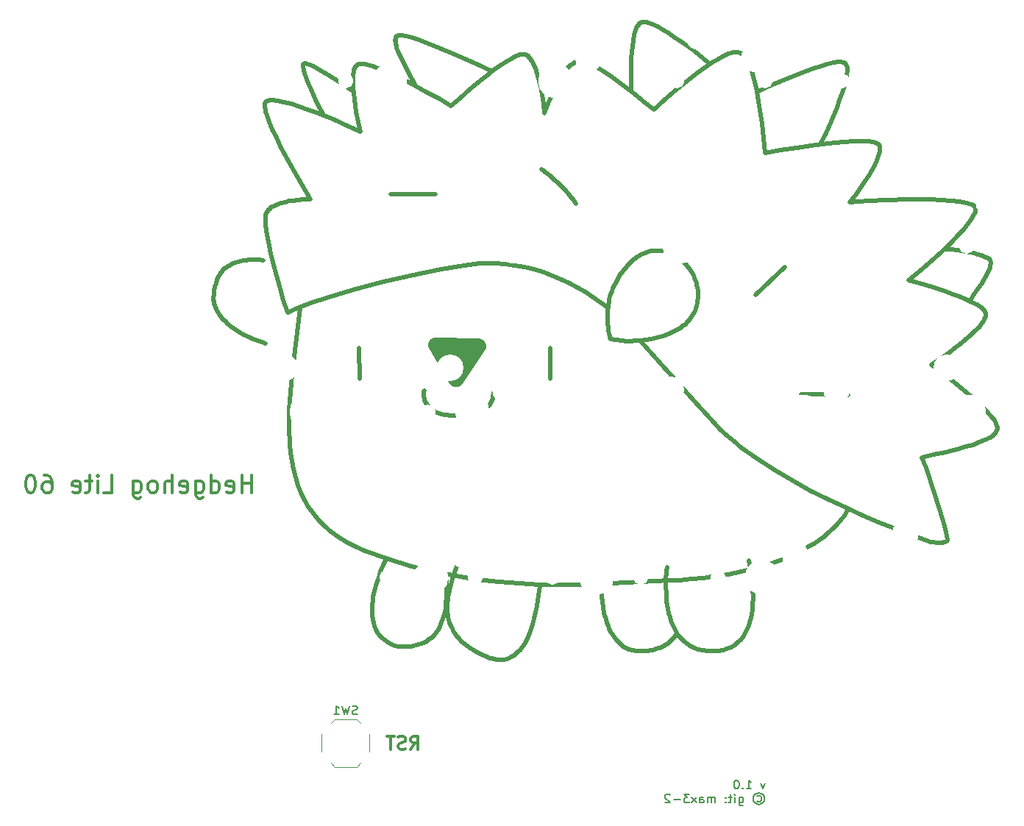
<source format=gbr>
%TF.GenerationSoftware,KiCad,Pcbnew,(6.0.7-1)-1*%
%TF.CreationDate,2022-10-07T20:49:55+02:00*%
%TF.ProjectId,hedgehog-lite,68656467-6568-46f6-972d-6c6974652e6b,rev?*%
%TF.SameCoordinates,Original*%
%TF.FileFunction,Legend,Bot*%
%TF.FilePolarity,Positive*%
%FSLAX46Y46*%
G04 Gerber Fmt 4.6, Leading zero omitted, Abs format (unit mm)*
G04 Created by KiCad (PCBNEW (6.0.7-1)-1) date 2022-10-07 20:49:55*
%MOMM*%
%LPD*%
G01*
G04 APERTURE LIST*
%ADD10C,0.484149*%
%ADD11C,0.900000*%
%ADD12C,0.150000*%
%ADD13C,0.300000*%
%ADD14C,0.120000*%
%ADD15C,3.987800*%
%ADD16C,3.048000*%
%ADD17C,1.701800*%
%ADD18O,1.000000X1.000000*%
%ADD19R,1.000000X1.000000*%
%ADD20C,1.400000*%
%ADD21C,0.450000*%
%ADD22R,1.700000X1.000000*%
G04 APERTURE END LIST*
D10*
X-81022082Y-34275045D02*
X-80176028Y-34867744D01*
X-82923879Y-67366573D02*
X-78957677Y-67224302D01*
X-99590379Y-47212356D02*
X-99411412Y-47327447D01*
X-100500927Y-45278662D02*
X-100510138Y-45459319D01*
X-118700987Y-11807887D02*
X-118770760Y-11953667D01*
X-123431543Y-31002601D02*
X-123258153Y-30853963D01*
X-40346072Y-62375325D02*
X-40305675Y-62338478D01*
X-59134441Y-9284626D02*
X-57429628Y-8583265D01*
X-92131101Y-75987667D02*
X-91957783Y-76006475D01*
X-97856638Y-47841475D02*
X-97506946Y-47888320D01*
X-35346329Y-50397021D02*
X-35107962Y-50243641D01*
X-92596913Y-45983033D02*
X-92563438Y-45866785D01*
X-84719489Y-32196555D02*
X-83749656Y-32663302D01*
X-108037976Y-14091388D02*
X-107763484Y-15237153D01*
X-88528435Y-73392035D02*
X-88245250Y-72704054D01*
X-55407066Y-16762944D02*
X-57591341Y-17076942D01*
X-85092145Y-9572892D02*
X-85383859Y-10124091D01*
X-77841099Y-74230230D02*
X-77543464Y-74447474D01*
X-61987167Y-10566542D02*
X-60590796Y-9922881D01*
X-115738147Y-12030474D02*
X-116586359Y-11798390D01*
X-95277116Y-30533898D02*
X-94666426Y-30462517D01*
X-61238879Y-17685676D02*
X-61386538Y-15995758D01*
X-123070010Y-30714604D02*
X-122866522Y-30585116D01*
X-68984174Y-34683927D02*
X-68953718Y-34385071D01*
X-113769706Y-58422260D02*
X-113232144Y-59196942D01*
X-97548212Y-6075790D02*
X-99407197Y-5312523D01*
X-52972162Y-12405772D02*
X-53632255Y-14003010D01*
X-101890280Y-4417874D02*
X-102537480Y-4238513D01*
X-114703557Y-35546864D02*
X-115647770Y-43173510D01*
X-87241079Y-67344745D02*
X-85040905Y-67382883D01*
X-120189263Y-39104694D02*
X-120704994Y-38869664D01*
X-48247581Y-18265445D02*
X-48156240Y-18004071D01*
X-73681402Y-28903255D02*
X-73910871Y-28909109D01*
X-36433936Y-37476655D02*
X-36258073Y-37249214D01*
X-118208520Y-11594079D02*
X-118419700Y-11633384D01*
X-97087831Y-72706890D02*
X-96895737Y-73007620D01*
X-117954954Y-11584118D02*
X-118208520Y-11594079D01*
X-106382359Y-69270088D02*
X-106319805Y-68847072D01*
X-106294003Y-71762775D02*
X-106376350Y-71366080D01*
X-39398056Y-40145869D02*
X-38794427Y-39676283D01*
X-36739563Y-29321109D02*
X-37188607Y-29210624D01*
X-48016730Y-17305772D02*
X-48021854Y-17108176D01*
X-64321301Y-6068852D02*
X-64568388Y-6060085D01*
X-79287395Y-37750837D02*
X-79230600Y-38141730D01*
X-85040905Y-67382883D02*
X-82923879Y-67366573D01*
X-35845206Y-36433334D02*
X-35827254Y-36259260D01*
X-124534330Y-33080885D02*
X-124425782Y-32660317D01*
X-41536906Y-62516315D02*
X-41359606Y-62527336D01*
X-35111692Y-48096461D02*
X-35588394Y-47533414D01*
X-108681386Y-33400034D02*
X-105174860Y-32493329D01*
X-42073344Y-42038026D02*
X-41038278Y-41337945D01*
X-100398184Y-46170459D02*
X-100347468Y-46303070D01*
X-75652635Y-75017408D02*
X-75186654Y-75007525D01*
X-115071927Y-23088451D02*
X-115517087Y-23144353D01*
X-57078050Y-45470141D02*
X-51673381Y-45554150D01*
X-105174860Y-32493329D02*
X-100923222Y-31555169D01*
X-83732005Y-7703457D02*
X-83915510Y-7885317D01*
X-94651057Y-47729647D02*
X-94390824Y-47650170D01*
X-95188094Y-10343367D02*
X-96305373Y-11310840D01*
X-49375620Y-16324869D02*
X-50148078Y-16301787D01*
X-114378459Y-7466645D02*
X-114401495Y-7552203D01*
X-75579214Y-2685653D02*
X-75705489Y-2792572D01*
X-62653559Y-69758370D02*
X-62614284Y-68788854D01*
X-115980061Y-23218589D02*
X-116447317Y-23313760D01*
X-85137872Y-21063690D02*
X-85424358Y-20789718D01*
X-37128608Y-23849670D02*
X-37268585Y-23716456D01*
X-109337255Y-14519557D02*
X-110970652Y-13811287D01*
X-108793727Y-10465434D02*
X-109583001Y-9921256D01*
X-91067050Y-7191191D02*
X-91737186Y-7637642D01*
X-108282745Y-12906503D02*
X-108037976Y-14091388D01*
X-37424550Y-34825859D02*
X-38106686Y-34505358D01*
X-48121765Y-16777552D02*
X-48220625Y-16648462D01*
X-51762838Y-8057502D02*
X-51772540Y-8316013D01*
X-61238879Y-17685676D02*
X-61238879Y-17685676D01*
X-75719714Y-29503884D02*
X-75941279Y-29648370D01*
X-69145438Y-32603520D02*
X-69235610Y-32318032D01*
X-107959279Y-7457304D02*
X-108111313Y-7523315D01*
X-93061197Y-75749387D02*
X-92870811Y-75812968D01*
X-71607077Y-4346821D02*
X-72282715Y-3901256D01*
X-68344189Y-66587247D02*
X-66918270Y-66397522D01*
X-75104613Y-2583570D02*
X-75286810Y-2583946D01*
X-76557874Y-6068751D02*
X-76608486Y-6788974D01*
X-101372340Y-74356740D02*
X-101662972Y-74420028D01*
X-107296700Y-7461251D02*
X-107554470Y-7429374D01*
X-114239946Y-57614018D02*
X-113769706Y-58422260D01*
X-92496476Y-45472762D02*
X-92490057Y-45333186D01*
X-81900204Y-33707062D02*
X-81022082Y-34275045D01*
X-82965089Y-23488693D02*
X-83131572Y-23267174D01*
X-63523040Y-72960416D02*
X-63311838Y-72551437D01*
X-71216354Y-44196360D02*
X-69051289Y-46632130D01*
X-97701118Y-68776764D02*
X-97746101Y-69121168D01*
X-35107962Y-50243641D02*
X-34902941Y-50087418D01*
X-115947123Y-51227912D02*
X-115847963Y-52200650D01*
X-39756600Y-27916600D02*
X-39042175Y-27187708D01*
X-60590796Y-9922881D02*
X-59134441Y-9284626D01*
X-78957677Y-67224302D02*
X-72225514Y-66877010D01*
X-122211341Y-37985555D02*
X-122676087Y-37640495D01*
X-108629970Y-8610181D02*
X-108660383Y-8882414D01*
X-37268585Y-23716456D02*
X-37474831Y-23597137D01*
X-123313673Y-37085302D02*
X-123506764Y-36891607D01*
X-68035092Y-47756982D02*
X-67088540Y-48784785D01*
X-62702310Y-66973525D02*
X-62795061Y-66188195D01*
X-105023228Y-73761187D02*
X-105339908Y-73486913D01*
X-108111313Y-7523315D02*
X-108242899Y-7626514D01*
X-38196000Y-39187716D02*
X-37622964Y-38690446D01*
X-111179737Y-61294472D02*
X-110337103Y-61909759D01*
X-66558832Y-6800928D02*
X-67356573Y-7281351D01*
X-74657985Y-74952062D02*
X-74412266Y-74912506D01*
X-60158340Y-54172270D02*
X-58118959Y-55369685D01*
X-40768030Y-59977132D02*
X-41238130Y-58434245D01*
X-105706866Y-66506482D02*
X-105471655Y-65865593D01*
X-108355062Y-7764327D02*
X-108448826Y-7934176D01*
X-69596950Y-31501540D02*
X-69746174Y-31246095D01*
X-79204325Y-34838098D02*
X-79256636Y-35141268D01*
X-118488872Y-24327580D02*
X-118582758Y-24469996D01*
X-61871479Y-12215677D02*
X-62052791Y-11170768D01*
X-34477898Y-49438389D02*
X-34483776Y-49261025D01*
X-70692297Y-9758966D02*
X-71463694Y-10402701D01*
X-95893297Y-30626696D02*
X-95277116Y-30533898D01*
X-103451637Y-6015230D02*
X-103244876Y-6513792D01*
X-85718395Y-31772583D02*
X-84719489Y-32196555D01*
X-123869112Y-31498277D02*
X-123736431Y-31325350D01*
X-90976955Y-75916371D02*
X-90682883Y-75815754D01*
X-57591341Y-17076942D02*
X-59454576Y-17375262D01*
X-94061319Y-30411988D02*
X-93461890Y-30381747D01*
X-54238904Y-15369906D02*
X-54855218Y-16682482D01*
X-69755308Y-36658293D02*
X-69582223Y-36395973D01*
X-77241243Y-30854125D02*
X-77452268Y-31112583D01*
X-100347468Y-46303070D02*
X-100284620Y-46437019D01*
X-62298314Y-33992243D02*
X-58938090Y-30771935D01*
X-71183805Y-73173485D02*
X-70897475Y-73526533D01*
X-45044658Y-61392346D02*
X-42161615Y-62441711D01*
X-34533397Y-49062831D02*
X-34623880Y-48845542D01*
X-104658797Y-74005715D02*
X-105023228Y-73761187D01*
X-119857565Y-29963281D02*
X-119446247Y-29981416D01*
X-69235610Y-32318032D02*
X-69341218Y-32038526D01*
X-93010407Y-46747866D02*
X-92911497Y-46617681D01*
X-94666426Y-30462517D02*
X-94061319Y-30411988D01*
X-37492156Y-45691407D02*
X-38207805Y-45072724D01*
X-97918338Y-67252878D02*
X-97883648Y-68066533D01*
X-124398854Y-35663272D02*
X-124494812Y-35450783D01*
X-76598037Y-30177980D02*
X-76814049Y-30386934D01*
X-118581119Y-13319916D02*
X-118299147Y-14100641D01*
X-103702014Y-4332827D02*
X-103749088Y-4448991D01*
X-69102621Y-35274129D02*
X-69033659Y-34980619D01*
X-48534935Y-16466601D02*
X-48767664Y-16403830D01*
X-91872464Y-67051434D02*
X-89519799Y-67238737D01*
X-84778493Y-9038105D02*
X-85092145Y-9572892D01*
X-92690498Y-46229393D02*
X-92638955Y-46104256D01*
X-96456849Y-64567927D02*
X-96965481Y-65973879D01*
X-64736994Y-74296210D02*
X-64373815Y-74014840D01*
X-79347884Y-36015206D02*
X-79359255Y-36292167D01*
X-96781223Y-66379254D02*
X-94294473Y-66769414D01*
X-68577199Y-6585442D02*
X-69653699Y-5753243D01*
X-70273897Y-30544179D02*
X-70474991Y-30335074D01*
X-89231505Y-74613705D02*
X-89037504Y-74332673D01*
X-87271919Y-68523957D02*
X-87135920Y-67502261D01*
X-87009208Y-10368298D02*
X-87139167Y-9745937D01*
X-89395527Y-6365006D02*
X-89626710Y-6436132D01*
X-108599906Y-10827901D02*
X-108511779Y-11533458D01*
X-76493659Y-74904471D02*
X-76087956Y-74982075D01*
X-103749088Y-4448991D02*
X-103773949Y-4587297D01*
X-43390080Y-31206641D02*
X-42033325Y-30034438D01*
X-91737186Y-7637642D02*
X-92436136Y-8139641D01*
X-52120605Y-9977352D02*
X-52367786Y-10760743D01*
X-87139167Y-9745937D02*
X-87290111Y-9121986D01*
X-124286347Y-35874125D02*
X-124398854Y-35663272D01*
X-80051991Y-67502142D02*
X-80053658Y-67839283D01*
X-86509219Y-19857076D02*
X-86748961Y-19683186D01*
X-67356573Y-7281351D02*
X-68188535Y-7840296D01*
X-97777128Y-69463374D02*
X-97793147Y-69803120D01*
X-43159114Y-52685389D02*
X-41828154Y-52427601D01*
X-39648067Y-33889618D02*
X-40459132Y-33602297D01*
X-72559099Y-65740039D02*
X-72630611Y-66845108D01*
X-34902941Y-50087418D02*
X-34734344Y-49928567D01*
X-65622909Y-50209092D02*
X-64810423Y-50903799D01*
X-115282505Y-55013081D02*
X-114992767Y-55906913D01*
X-118721010Y-25890829D02*
X-118635012Y-26627917D01*
X-98771070Y-11437634D02*
X-100255477Y-10607747D01*
X-114184576Y-7364605D02*
X-114272900Y-7375354D01*
X-82777877Y-7155384D02*
X-82972496Y-7209700D01*
X-40302261Y-61766369D02*
X-40415180Y-61267375D01*
X-35910778Y-50694399D02*
X-35346329Y-50397021D01*
X-99619148Y-73446281D02*
X-99898913Y-73673217D01*
X-85918745Y-43631089D02*
X-85918745Y-40067605D01*
X-124097905Y-31864280D02*
X-123989406Y-31678118D01*
X-67088540Y-48784785D02*
X-66384007Y-49502499D01*
X-37413533Y-25187441D02*
X-37252879Y-24905179D01*
X-43410478Y-32682373D02*
X-44736865Y-32319433D01*
X-74178608Y-74865857D02*
X-73956750Y-74812707D01*
X-35481643Y-31192625D02*
X-35359274Y-30858622D01*
X-118700987Y-24784506D02*
X-118700987Y-24784506D01*
X-72027178Y-73799450D02*
X-71943012Y-73717433D01*
X-100458519Y-45018745D02*
X-100483310Y-45139639D01*
X-105611323Y-73185561D02*
X-105839955Y-72859803D01*
X-72392512Y-70193129D02*
X-72292799Y-70648301D01*
X-35311278Y-30078108D02*
X-35311278Y-30078108D01*
X-95850680Y-74154486D02*
X-95514971Y-74425878D01*
X-108448826Y-7934176D02*
X-108525216Y-8133486D01*
X-75821823Y-2934659D02*
X-75928610Y-3109292D01*
X-108525216Y-8133486D02*
X-108585256Y-8359680D01*
X-70687929Y-30140100D02*
X-70912263Y-29960275D01*
X-77661474Y-31387760D02*
X-77868782Y-31679769D01*
X-97358552Y-12257501D02*
X-97358552Y-12257501D01*
X-104732244Y-8350576D02*
X-105571376Y-7997828D01*
X-36258073Y-37249214D02*
X-36108744Y-37029876D01*
X-42161615Y-62441711D02*
X-41852431Y-62485264D01*
X-73015286Y-74470151D02*
X-72858724Y-74390423D01*
X-40451096Y-62435558D02*
X-40394792Y-62407603D01*
X-35963660Y-29581674D02*
X-36326669Y-29444646D01*
X-36833570Y-35149504D02*
X-37424550Y-34825859D01*
X-86736622Y-12034083D02*
X-86899372Y-10969893D01*
X-98989225Y-47536442D02*
X-98743776Y-47628332D01*
X-83165544Y-7293806D02*
X-83356696Y-7405561D01*
X-62494391Y-9172671D02*
X-62756646Y-8279937D01*
X-79674156Y-8397948D02*
X-80364652Y-7977622D01*
X-79732530Y-70670194D02*
X-79545949Y-71388726D01*
X-62701577Y-70245360D02*
X-62653559Y-69758370D01*
X-100284620Y-46437019D02*
X-100208527Y-46571297D01*
X-107763484Y-15237153D02*
X-107763484Y-15237153D01*
X-103773949Y-4587297D02*
X-103778093Y-4745838D01*
X-65143565Y-74536227D02*
X-64736994Y-74296210D01*
X-71635002Y-73354848D02*
X-71559560Y-73243032D01*
X-71438211Y-72795077D02*
X-71183805Y-73173485D01*
X-114330785Y-8127379D02*
X-114213533Y-8528158D01*
X-86614692Y-13069525D02*
X-86614692Y-13069525D01*
X-87462900Y-8515623D02*
X-87658397Y-7946022D01*
X-37304314Y-51245621D02*
X-36571653Y-50977837D01*
X-108659513Y-10137135D02*
X-108599906Y-10827901D01*
X-74420155Y-2755215D02*
X-74669230Y-2671249D01*
X-120247032Y-29961524D02*
X-119857565Y-29963281D01*
X-75186654Y-75007525D02*
X-74916027Y-74983932D01*
X-48085959Y-17755688D02*
X-48038777Y-17522265D01*
X-78443813Y-32626740D02*
X-78600695Y-32946963D01*
X-79545949Y-71388726D02*
X-79430601Y-71747895D01*
X-40995495Y-62530624D02*
X-40820510Y-62518992D01*
X-78797883Y-73115218D02*
X-78591669Y-73424987D01*
X-124425782Y-32660317D02*
X-124281884Y-32253204D01*
X-73221082Y-28936000D02*
X-73451446Y-28912255D01*
X-87996104Y-7202499D02*
X-88120959Y-6993813D01*
X-120704994Y-38869664D02*
X-121218669Y-38602934D01*
X-71736689Y-73488014D02*
X-71635002Y-73354848D01*
X-118732896Y-25007799D02*
X-118746096Y-25268566D01*
X-98473938Y-47710473D02*
X-98178597Y-47781856D01*
X-117107373Y-33038798D02*
X-116651900Y-34571311D01*
X-52751838Y-7209359D02*
X-52502513Y-7208120D01*
X-72759444Y-29027286D02*
X-72990388Y-28974381D01*
X-94233102Y-7533622D02*
X-95757477Y-6850904D01*
X-74983930Y-39187489D02*
X-74344849Y-39078731D01*
X-48156240Y-18004071D02*
X-48085959Y-17755688D01*
X-70577465Y-73850633D02*
X-70222021Y-74142192D01*
X-69746174Y-31246095D02*
X-69909040Y-31000708D01*
X-35848454Y-36099714D02*
X-35848454Y-36099714D01*
X-34734344Y-49928567D02*
X-34605252Y-49767302D01*
X-107763484Y-15237153D02*
X-109337255Y-14519557D01*
X-107005926Y-7520982D02*
X-107296700Y-7461251D01*
X-93854083Y-9238333D02*
X-95188094Y-10343367D01*
X-103763015Y-4922707D02*
X-103730210Y-5115997D01*
X-96895737Y-73007620D02*
X-96677029Y-73303007D01*
X-62483327Y-65494051D02*
X-61009582Y-65068394D01*
X-40305675Y-62338478D02*
X-40274340Y-62296820D01*
X-100255477Y-10607747D02*
X-102008659Y-9671174D01*
X-92310293Y-75957920D02*
X-92131101Y-75987667D01*
X-115992548Y-47227730D02*
X-116032923Y-49244637D01*
X-44736865Y-32319433D02*
X-43390080Y-31206641D01*
X-89188147Y-6325754D02*
X-89395527Y-6365006D01*
X-110970652Y-13811287D02*
X-112871664Y-13037791D01*
X-95240274Y-47854724D02*
X-94933895Y-47798185D01*
X-80053658Y-67839283D02*
X-80014267Y-68725068D01*
X-35442230Y-29897965D02*
X-35542722Y-29813475D01*
X-87625071Y-70527303D02*
X-87482575Y-69818501D01*
X-94746837Y-74948437D02*
X-94470976Y-75108840D01*
X-56841304Y-63363036D02*
X-56205910Y-63011191D01*
X-70962279Y-37810128D02*
X-70673848Y-37604458D01*
X-66645228Y-74970362D02*
X-66095523Y-74877083D01*
X-34915908Y-48360622D02*
X-35111692Y-48096461D01*
X-114073635Y-7374550D02*
X-114184576Y-7364605D01*
X-78074113Y-31988717D02*
X-78268571Y-32307076D01*
X-36326669Y-29444646D02*
X-36739563Y-29321109D01*
X-41359606Y-62527336D02*
X-41177165Y-62532755D01*
X-35364509Y-29986157D02*
X-35442230Y-29897965D01*
X-85707977Y-20528379D02*
X-85985487Y-20283365D01*
X-113941808Y-7403811D02*
X-114073635Y-7374550D01*
X-84095814Y-8086263D02*
X-84272590Y-8304156D01*
X-116447317Y-23313760D02*
X-116905317Y-23432464D01*
X-121887298Y-30177706D02*
X-121598215Y-30106446D01*
X-76608486Y-6788974D02*
X-76659639Y-8189932D01*
X-35913010Y-35946391D02*
X-36021432Y-35790390D01*
X-58118959Y-55369685D02*
X-56039664Y-56495078D01*
X-72220171Y-73968250D02*
X-72119477Y-73883254D01*
X-123688651Y-36694179D02*
X-123858444Y-36493368D01*
X-34483776Y-49261025D02*
X-34533397Y-49062831D01*
X-37843415Y-25804896D02*
X-37611513Y-25488107D01*
X-42041567Y-33088546D02*
X-43410478Y-32682373D01*
X-35899787Y-36620651D02*
X-35845206Y-36433334D01*
X-118585014Y-11703998D02*
X-118700987Y-11807887D01*
X-103244876Y-6513792D02*
X-103009084Y-7024643D01*
X-71858269Y-71976543D02*
X-71662447Y-72394900D01*
X-94154640Y-75277072D02*
X-93807670Y-75445198D01*
X-86745625Y-31395902D02*
X-85718395Y-31772583D01*
X-99898913Y-73673217D02*
X-100187266Y-73866872D01*
X-70912263Y-29960275D02*
X-70912263Y-29960275D01*
X-70673848Y-37604458D02*
X-70409384Y-37385421D01*
X-35284426Y-30555812D02*
X-35267478Y-30418787D01*
X-52656186Y-11577822D02*
X-52972162Y-12405772D01*
X-37057160Y-24404977D02*
X-37028903Y-24191596D01*
X-105471655Y-65865593D02*
X-105074128Y-64920907D01*
X-35359274Y-30858622D02*
X-35315379Y-30702782D01*
X-76172672Y-39301003D02*
X-75594952Y-39259869D01*
X-115647770Y-43173510D02*
X-115854623Y-45197313D01*
X-93251705Y-47003003D02*
X-93123497Y-46876660D01*
X-113591791Y-34954510D02*
X-111475971Y-34234142D01*
X-69876142Y-9102033D02*
X-70692297Y-9758966D01*
X-89006645Y-6320625D02*
X-89188147Y-6325754D01*
X-72534776Y-69285692D02*
X-72392512Y-70193129D01*
X-38886453Y-51727370D02*
X-38084127Y-51496037D01*
X-86748961Y-19683186D02*
X-86969633Y-19540388D01*
X-78960802Y-8868763D02*
X-79674156Y-8397948D01*
X-91287156Y-75983056D02*
X-90976955Y-75916371D01*
X-94152259Y-47560814D02*
X-93934426Y-47462642D01*
X-51054443Y-16327110D02*
X-52064119Y-16393361D01*
X-82140970Y-7185471D02*
X-82373238Y-7143591D01*
X-34518743Y-49603838D02*
X-34477898Y-49438389D01*
X-40415180Y-61267375D02*
X-40768030Y-59977132D01*
X-55005193Y-62245132D02*
X-54444141Y-61829937D01*
X-64373815Y-74014840D02*
X-64051869Y-73695898D01*
X-107959279Y-7457304D02*
X-107959279Y-7457304D01*
X-68941842Y-34085069D02*
X-68948096Y-33784940D01*
X-36276445Y-32668887D02*
X-36048935Y-32295952D01*
X-40241815Y-62198094D02*
X-40242102Y-62140539D01*
X-100481495Y-74029650D02*
X-100778891Y-74163953D01*
X-40658122Y-62495911D02*
X-40583501Y-62479468D01*
X-67246963Y-75007168D02*
X-67246963Y-75007168D01*
X-108585256Y-8359680D02*
X-108629970Y-8610181D01*
X-97197252Y-66678873D02*
X-97402741Y-67382417D01*
X-65595688Y-74731112D02*
X-65143565Y-74536227D01*
X-118700987Y-39591645D02*
X-119180133Y-39468480D01*
X-115517087Y-23144353D02*
X-115980061Y-23218589D01*
X-82809644Y-33168309D02*
X-81900204Y-33707062D01*
X-114992767Y-55906913D02*
X-114646440Y-56774730D01*
X-42161615Y-62441711D02*
X-42161615Y-62441711D01*
X-66095523Y-74877083D02*
X-65595688Y-74731112D01*
X-69033659Y-34980619D02*
X-68984174Y-34683927D01*
X-67246963Y-75007168D02*
X-66645228Y-74970362D01*
X-110403533Y-9373445D02*
X-111360387Y-8759521D01*
X-97686028Y-71132263D02*
X-97611175Y-71455778D01*
X-98178597Y-47781856D02*
X-97856638Y-47841475D01*
X-111475971Y-34234142D02*
X-108681386Y-33400034D01*
X-89626710Y-6436132D02*
X-89879621Y-6536886D01*
X-62756646Y-8279937D02*
X-63047849Y-7498380D01*
X-79332331Y-37308288D02*
X-79287395Y-37750837D01*
X-71559560Y-73243032D02*
X-71508266Y-73157300D01*
X-71866716Y-73637793D02*
X-71736689Y-73488014D01*
X-119678600Y-39305231D02*
X-120189263Y-39104694D01*
X-79008217Y-39111772D02*
X-78378183Y-39217568D01*
X-72990388Y-28974381D02*
X-73221082Y-28936000D01*
X-101076742Y-74272182D02*
X-101372340Y-74356740D01*
X-103484062Y-74448896D02*
X-103776747Y-74394854D01*
X-117334568Y-11644363D02*
X-117954954Y-11584118D01*
X-72793230Y-11558862D02*
X-74046411Y-12703916D01*
X-114336879Y-7408179D02*
X-114378459Y-7466645D01*
X-119180133Y-39468480D02*
X-119678600Y-39305231D01*
X-92681378Y-75869579D02*
X-92494129Y-75918227D01*
X-104244131Y-74217827D02*
X-104658797Y-74005715D01*
X-72858724Y-74390423D02*
X-72712129Y-74308336D01*
X-122158078Y-30261794D02*
X-121887298Y-30177706D01*
X-44723740Y-23030624D02*
X-47232887Y-23102744D01*
X-40394792Y-62407603D02*
X-40346072Y-62375325D01*
X-96305373Y-11310840D02*
X-97358552Y-12257501D01*
X-89006645Y-6320625D02*
X-89006645Y-6320625D01*
X-78862801Y-33586087D02*
X-78969735Y-33903492D01*
X-104583908Y-64425696D02*
X-101930542Y-65220818D01*
X-74822320Y-29083269D02*
X-75048182Y-29165043D01*
X-93736391Y-47356714D02*
X-93557216Y-47244091D01*
X-67558105Y-7408179D02*
X-68577199Y-6585442D01*
X-102498264Y-8022192D02*
X-102014890Y-8885831D01*
X-82582014Y-7132998D02*
X-82777877Y-7155384D01*
X-86253647Y-20058366D02*
X-86509219Y-19857076D01*
X-102721649Y-74508532D02*
X-103150730Y-74487623D01*
X-90141296Y-75520885D02*
X-89892863Y-75330711D01*
X-35265596Y-30292780D02*
X-35279842Y-30178862D01*
X-91613946Y-76013770D02*
X-91287156Y-75983056D01*
X-79150588Y-72451317D02*
X-78983842Y-72789680D01*
X-124633521Y-35022289D02*
X-124674489Y-34806985D01*
X-106337082Y-7715882D02*
X-107005926Y-7520982D01*
X-48220625Y-16648462D02*
X-48354805Y-16546144D01*
X-124281884Y-32253204D02*
X-124195201Y-32056173D01*
X-114336879Y-7408179D02*
X-114336879Y-7408179D01*
X-87877463Y-7432360D02*
X-87996104Y-7202499D01*
X-74412266Y-74912506D02*
X-74178608Y-74865857D01*
X-105571376Y-7997828D02*
X-106337082Y-7715882D01*
X-36048935Y-32295952D02*
X-35834969Y-31919874D01*
X-93461890Y-30381747D02*
X-92280437Y-30379873D01*
X-109409255Y-62478910D02*
X-108392617Y-62999409D01*
X-40242102Y-62140539D02*
X-40242102Y-62140539D01*
X-48056187Y-16931446D02*
X-48121765Y-16777552D01*
X-39872919Y-28797142D02*
X-40645817Y-28726766D01*
X-41762959Y-56803151D02*
X-42726712Y-53934076D01*
X-123736431Y-31325350D02*
X-123590772Y-31159927D01*
X-48151545Y-60154068D02*
X-45044658Y-61392346D01*
X-52288855Y-7232391D02*
X-52113877Y-7283902D01*
X-87800431Y-31071026D02*
X-86745625Y-31395902D01*
X-115847963Y-52200650D02*
X-115706525Y-53157435D01*
X-37051584Y-24005734D02*
X-37128608Y-23849670D01*
X-122647099Y-30466091D02*
X-122411148Y-30358120D01*
X-79297429Y-35439009D02*
X-79327560Y-35730571D01*
X-100483310Y-45139639D02*
X-100500927Y-45278662D01*
X-71662447Y-72394900D02*
X-71438211Y-72795077D01*
X-73182075Y-74546930D02*
X-73015286Y-74470151D01*
X-112502794Y-12446304D02*
X-112072075Y-13300556D01*
X-87658397Y-7946022D02*
X-87877463Y-7432360D01*
X-113409392Y-10531519D02*
X-112932754Y-11560731D01*
X-103412559Y-4136257D02*
X-103412559Y-4136257D01*
X-72712129Y-74308336D02*
X-72575238Y-74224484D01*
X-52064119Y-16393361D02*
X-53146512Y-16493067D01*
X-38794427Y-39676283D02*
X-38196000Y-39187716D01*
X-63204614Y-7158739D02*
X-63368984Y-6858228D01*
X-38395371Y-26477729D02*
X-37843415Y-25804896D01*
X-71943012Y-73717433D02*
X-71866716Y-73637793D01*
X-39071604Y-28890392D02*
X-39872919Y-28797142D01*
X-117340526Y-23577302D02*
X-117545355Y-23660334D01*
X-38207805Y-45072724D02*
X-39622415Y-43911629D01*
X-97514985Y-71775260D02*
X-97396400Y-72090448D01*
X-102014890Y-8885831D02*
X-101513334Y-9723197D01*
X-79108801Y-38744594D02*
X-79057482Y-38944590D01*
X-124158182Y-36082991D02*
X-124286347Y-35874125D01*
X-40274340Y-62296820D02*
X-40252807Y-62250107D01*
X-98272668Y-71251278D02*
X-98443992Y-71728336D01*
X-107776306Y-7427381D02*
X-107959279Y-7457304D01*
X-89658726Y-75114764D02*
X-89438426Y-74875082D01*
X-54444141Y-61829937D02*
X-53912143Y-61392646D01*
X-88389747Y-6649558D02*
X-88533895Y-6518782D01*
X-89438426Y-74875082D02*
X-89231505Y-74613705D01*
X-93395966Y-47125834D02*
X-93251705Y-47003003D01*
X-99411412Y-47327447D02*
X-99211398Y-47435811D01*
X-93123497Y-46876660D02*
X-93010407Y-46747866D01*
X-88533895Y-6518782D02*
X-88684689Y-6418770D01*
X-70168439Y-37154035D02*
X-69950563Y-36911320D01*
X-37564688Y-34509145D02*
X-37152016Y-33957518D01*
X-88002740Y-71986395D02*
X-87797236Y-71255373D01*
X-75496958Y-29375241D02*
X-75719714Y-29503884D01*
X-73682956Y-38928463D02*
X-73003493Y-38731555D01*
X-78074113Y-31988717D02*
X-78074113Y-31988717D01*
X-88245250Y-72704054D02*
X-88002740Y-71986395D01*
X-40511418Y-28646174D02*
X-39756600Y-27916600D01*
X-96719908Y-47939662D02*
X-96719908Y-47939662D01*
X-61386538Y-15995758D02*
X-61582915Y-14246081D01*
X-74669230Y-2671249D02*
X-74898067Y-2613352D01*
X-99889632Y-46966031D02*
X-99749414Y-47091549D01*
X-76814049Y-30386934D02*
X-77028478Y-30612279D01*
X-63047849Y-7498380D02*
X-63204614Y-7158739D01*
X-79057482Y-38944590D02*
X-79008217Y-39111772D01*
X-78268571Y-32307076D02*
X-78443813Y-32626740D01*
X-92638955Y-46104256D02*
X-92596913Y-45983033D01*
X-38106686Y-34505358D02*
X-38855888Y-34191958D01*
X-71508266Y-73157300D02*
X-71469746Y-73083032D01*
X-85383859Y-10124091D02*
X-85651026Y-10674576D01*
X-67851866Y-74986239D02*
X-67246963Y-75007168D01*
X-78364161Y-73716042D02*
X-78114318Y-73985438D01*
X-76026241Y-3313848D02*
X-76115112Y-3545705D01*
X-97793147Y-69803120D02*
X-97793100Y-70140144D01*
X-72027432Y-71543598D02*
X-71858269Y-71976543D01*
X-83131572Y-23267174D02*
X-83324350Y-23025058D01*
X-98443992Y-71728336D02*
X-98640166Y-72157701D01*
X-69051289Y-46632130D02*
X-68035092Y-47756982D01*
X-118582758Y-24469996D02*
X-118654027Y-24622197D01*
X-73003493Y-38731555D02*
X-72311706Y-38482876D01*
X-103535245Y-4174553D02*
X-103631232Y-4240712D01*
X-99328113Y-65867529D02*
X-96781223Y-66379254D01*
X-64568388Y-6060085D02*
X-64843775Y-6093878D01*
X-107884883Y-43631089D02*
X-107965349Y-40067605D01*
X-116032923Y-49244637D02*
X-115947123Y-51227912D01*
X-101945930Y-74464450D02*
X-102218502Y-74492406D01*
X-100208527Y-46571297D02*
X-100118075Y-46704897D01*
X-93251307Y-75679828D02*
X-93061197Y-75749387D01*
X-35834969Y-31919874D02*
X-35643040Y-31549237D01*
X-63970750Y-65854845D02*
X-62483327Y-65494051D01*
X-53632255Y-14003010D02*
X-54238904Y-15369906D01*
X-49305585Y-20293449D02*
X-48948914Y-19698281D01*
X-40460098Y-52125935D02*
X-38886453Y-51727370D01*
X-38855888Y-34191958D02*
X-39648067Y-33889618D01*
X-103617403Y-5544213D02*
X-103451637Y-6015230D01*
X-41828154Y-52427601D02*
X-40460098Y-52125935D01*
X-35315379Y-30702782D02*
X-35284426Y-30555812D01*
X-87290111Y-9121986D02*
X-87462900Y-8515623D01*
X-77220373Y-74634226D02*
X-76870785Y-74787539D01*
X-103009084Y-7024643D02*
X-102756225Y-7532529D01*
X-106376350Y-71366080D02*
X-106428337Y-70958325D01*
X-83775830Y-22493807D02*
X-84293607Y-21924476D01*
X-49976396Y-59377946D02*
X-48151545Y-60154068D01*
X-39042175Y-27187708D02*
X-38395371Y-26477729D01*
X-100502028Y-45673546D02*
X-100467682Y-45913280D01*
X-38067586Y-23397647D02*
X-38869774Y-23246128D01*
X-96719908Y-47939662D02*
X-96310009Y-47941731D01*
X-100012148Y-46836811D02*
X-99889632Y-46966031D01*
X-106428337Y-70958325D02*
X-106452446Y-70542179D01*
X-72282715Y-3901256D02*
X-72943196Y-3494564D01*
X-79358565Y-36820068D02*
X-79332331Y-37308288D01*
X-74046411Y-12703916D02*
X-75085541Y-11824850D01*
X-72639786Y-67582960D02*
X-72612521Y-68406062D01*
X-78600695Y-32946963D02*
X-78740072Y-33266995D01*
X-72528327Y-29094608D02*
X-72759444Y-29027286D01*
X-76870785Y-74787539D02*
X-76493659Y-74904471D01*
X-84445513Y-8536854D02*
X-84778493Y-9038105D01*
X-93625773Y-75526741D02*
X-93439909Y-75605282D01*
X-90152186Y-6665016D02*
X-90442329Y-6818277D01*
X-100923222Y-31555169D02*
X-98507618Y-31087150D01*
X-35588394Y-47533414D02*
X-36159403Y-46935634D01*
X-62116399Y-52908954D02*
X-60158340Y-54172270D01*
X-90442329Y-6818277D02*
X-91067050Y-7191191D01*
X-106178811Y-72145740D02*
X-106294003Y-71762775D01*
X-111360387Y-8759521D02*
X-112342855Y-8167757D01*
X-97775935Y-70474184D02*
X-97740596Y-70804978D01*
X-38140210Y-29027046D02*
X-39071604Y-28890392D01*
X-65454760Y-66154695D02*
X-63970750Y-65854845D01*
X-37742711Y-23491079D02*
X-38067586Y-23397647D01*
X-37660067Y-29112749D02*
X-38140210Y-29027046D01*
X-72630611Y-66845108D02*
X-72639786Y-67582960D01*
X-117921001Y-23849248D02*
X-118088434Y-23955781D01*
X-35827254Y-36259260D02*
X-35848454Y-36099714D01*
X-115519232Y-54095750D02*
X-115282505Y-55013081D01*
X-97358552Y-12257501D02*
X-98771070Y-11437634D01*
X-50148078Y-16301787D02*
X-51054443Y-16327110D01*
X-112809099Y-7907771D02*
X-113240231Y-7686429D01*
X-102537480Y-4238513D02*
X-103053161Y-4140297D01*
X-76665011Y-9398392D02*
X-76639102Y-10566542D01*
X-69191509Y-35563437D02*
X-69102621Y-35274129D01*
X-116198393Y-36021757D02*
X-116198393Y-36021757D01*
X-123258153Y-30853963D02*
X-123070010Y-30714604D01*
X-79061730Y-34218462D02*
X-79139642Y-34530246D01*
X-118104390Y-29294338D02*
X-117616294Y-31217464D01*
X-72612521Y-68406062D02*
X-72534776Y-69285692D01*
X-69300773Y-35847527D02*
X-69191509Y-35563437D01*
X-37188607Y-29210624D02*
X-37660067Y-29112749D01*
X-78983842Y-72789680D02*
X-78797883Y-73115218D01*
X-105839955Y-72859803D02*
X-106028290Y-72512306D01*
X-78969735Y-33903492D02*
X-79061730Y-34218462D01*
X-48627603Y-19107829D02*
X-48357947Y-18537842D01*
X-97402741Y-67382417D02*
X-97573510Y-68082413D01*
X-52367786Y-10760743D02*
X-52656186Y-11577822D01*
X-113232144Y-59196942D02*
X-112623680Y-59935548D01*
X-118770760Y-11953667D02*
X-118801405Y-12146451D01*
X-114401495Y-7552203D02*
X-114407116Y-7662953D01*
X-114053731Y-8984149D02*
X-113860416Y-9480163D01*
X-75186654Y-75007525D02*
X-75186654Y-75007525D01*
X-83915510Y-7885317D02*
X-84095814Y-8086263D01*
X-114289196Y-23021248D02*
X-115071927Y-23088451D01*
X-76115112Y-3545705D02*
X-76268143Y-4080835D01*
X-93147302Y-8679201D02*
X-93854083Y-9238333D01*
X-72311706Y-38482876D02*
X-71612838Y-38177293D01*
X-116586359Y-11798390D02*
X-117334568Y-11644363D01*
X-77653575Y-39288238D02*
X-77207228Y-39310056D01*
X-89037504Y-74332673D02*
X-88855964Y-74034024D01*
X-107283610Y-63468740D02*
X-107283610Y-63468740D01*
X-74368039Y-28965821D02*
X-74595579Y-29016898D01*
X-51816991Y-7637054D02*
X-51777086Y-7830231D01*
X-67088540Y-48784785D02*
X-67088540Y-48784785D01*
X-56544281Y-8243570D02*
X-55669097Y-7929679D01*
X-106426973Y-69695391D02*
X-106382359Y-69270088D01*
X-36579791Y-35311269D02*
X-36833570Y-35149504D01*
X-69950563Y-36911320D02*
X-69755308Y-36658293D01*
X-79168788Y-38474978D02*
X-79108801Y-38744594D01*
X-42161945Y-23028690D02*
X-44723740Y-23030624D01*
X-95927395Y-47927558D02*
X-95571128Y-47898201D01*
X-103631232Y-4240712D02*
X-103702014Y-4332827D01*
X-76087956Y-74982075D02*
X-75652635Y-75017408D01*
X-81613861Y-7354793D02*
X-81887186Y-7256563D01*
X-54828168Y-7655452D02*
X-54045587Y-7434749D01*
X-88855964Y-74034024D02*
X-88528435Y-73392035D01*
X-85424358Y-20789718D02*
X-85707977Y-20528379D01*
X-53411334Y-60932768D02*
X-52943850Y-60449814D01*
X-71372898Y-29643607D02*
X-71603702Y-29505854D01*
X-77528724Y-9895495D02*
X-78240391Y-9373475D01*
X-116198393Y-36021757D02*
X-115062019Y-35519997D01*
X-62636292Y-67850492D02*
X-62702310Y-66973525D01*
D11*
G36*
X-94261982Y-39447061D02*
G01*
X-94247242Y-39447729D01*
X-94232599Y-39448889D01*
X-94218063Y-39450535D01*
X-94203644Y-39452662D01*
X-94189352Y-39455262D01*
X-94175199Y-39458330D01*
X-94161194Y-39461858D01*
X-94147347Y-39465842D01*
X-94133669Y-39470275D01*
X-94120169Y-39475150D01*
X-94106859Y-39480461D01*
X-94093748Y-39486202D01*
X-94080847Y-39492368D01*
X-94068166Y-39498950D01*
X-94055715Y-39505944D01*
X-94043504Y-39513344D01*
X-94031545Y-39521142D01*
X-94019846Y-39529332D01*
X-94008418Y-39537909D01*
X-93997272Y-39546867D01*
X-93986418Y-39556198D01*
X-93975865Y-39565897D01*
X-93965625Y-39575957D01*
X-93955707Y-39586373D01*
X-93946122Y-39597137D01*
X-93936880Y-39608245D01*
X-93927992Y-39619689D01*
X-93919467Y-39631463D01*
X-93911316Y-39643561D01*
X-93903548Y-39655977D01*
X-93896176Y-39668705D01*
X-93889207Y-39681738D01*
X-93876547Y-39708338D01*
X-93865813Y-39735505D01*
X-93856997Y-39763143D01*
X-93850094Y-39791154D01*
X-93845096Y-39819444D01*
X-93841997Y-39847916D01*
X-93840790Y-39876473D01*
X-93841468Y-39905020D01*
X-93844026Y-39933459D01*
X-93848456Y-39961696D01*
X-93854751Y-39989633D01*
X-93862906Y-40017174D01*
X-93872913Y-40044223D01*
X-93884765Y-40070684D01*
X-93898457Y-40096461D01*
X-93913981Y-40121456D01*
X-96452739Y-43911236D01*
X-96468941Y-43933853D01*
X-96486427Y-43955227D01*
X-96505122Y-43975320D01*
X-96524956Y-43994096D01*
X-96545854Y-44011519D01*
X-96567746Y-44027550D01*
X-96590558Y-44042154D01*
X-96614217Y-44055293D01*
X-96638652Y-44066931D01*
X-96663789Y-44077031D01*
X-96689557Y-44085556D01*
X-96715883Y-44092469D01*
X-96742694Y-44097734D01*
X-96769917Y-44101313D01*
X-96797481Y-44103170D01*
X-96825313Y-44103268D01*
X-96839202Y-44102651D01*
X-96853011Y-44101593D01*
X-96866732Y-44100100D01*
X-96880353Y-44098177D01*
X-96893868Y-44095829D01*
X-96907268Y-44093061D01*
X-96920542Y-44089878D01*
X-96933683Y-44086285D01*
X-96946681Y-44082287D01*
X-96959529Y-44077890D01*
X-96972216Y-44073099D01*
X-96984734Y-44067918D01*
X-97009227Y-44056409D01*
X-97032938Y-44043404D01*
X-97055796Y-44028945D01*
X-97077729Y-44013071D01*
X-97088327Y-44004616D01*
X-97098667Y-43995824D01*
X-97108741Y-43986698D01*
X-97118539Y-43977244D01*
X-97128053Y-43967468D01*
X-97137274Y-43957373D01*
X-97146193Y-43946966D01*
X-97154801Y-43936252D01*
X-97163090Y-43925235D01*
X-97171050Y-43913921D01*
X-97178672Y-43902315D01*
X-97185948Y-43890421D01*
X-99505647Y-39962727D01*
X-99519718Y-39936893D01*
X-99531918Y-39910383D01*
X-99542245Y-39883294D01*
X-99550697Y-39855722D01*
X-99557274Y-39827763D01*
X-99561975Y-39799514D01*
X-99564796Y-39771072D01*
X-99565739Y-39742533D01*
X-99564800Y-39713993D01*
X-99561980Y-39685549D01*
X-99557275Y-39657298D01*
X-99550686Y-39629336D01*
X-99542211Y-39601759D01*
X-99531848Y-39574665D01*
X-99519597Y-39548149D01*
X-99505455Y-39522308D01*
X-99489662Y-39497405D01*
X-99472369Y-39473835D01*
X-99453658Y-39451644D01*
X-99433615Y-39430877D01*
X-99412325Y-39411579D01*
X-99389872Y-39393794D01*
X-99366340Y-39377569D01*
X-99341815Y-39362948D01*
X-99316380Y-39349977D01*
X-99290120Y-39338701D01*
X-99263120Y-39329164D01*
X-99235465Y-39321413D01*
X-99207239Y-39315492D01*
X-99178527Y-39311447D01*
X-99149413Y-39309322D01*
X-99119981Y-39309164D01*
X-94261982Y-39447061D01*
G37*
X-94261982Y-39447061D02*
X-94247242Y-39447729D01*
X-94232599Y-39448889D01*
X-94218063Y-39450535D01*
X-94203644Y-39452662D01*
X-94189352Y-39455262D01*
X-94175199Y-39458330D01*
X-94161194Y-39461858D01*
X-94147347Y-39465842D01*
X-94133669Y-39470275D01*
X-94120169Y-39475150D01*
X-94106859Y-39480461D01*
X-94093748Y-39486202D01*
X-94080847Y-39492368D01*
X-94068166Y-39498950D01*
X-94055715Y-39505944D01*
X-94043504Y-39513344D01*
X-94031545Y-39521142D01*
X-94019846Y-39529332D01*
X-94008418Y-39537909D01*
X-93997272Y-39546867D01*
X-93986418Y-39556198D01*
X-93975865Y-39565897D01*
X-93965625Y-39575957D01*
X-93955707Y-39586373D01*
X-93946122Y-39597137D01*
X-93936880Y-39608245D01*
X-93927992Y-39619689D01*
X-93919467Y-39631463D01*
X-93911316Y-39643561D01*
X-93903548Y-39655977D01*
X-93896176Y-39668705D01*
X-93889207Y-39681738D01*
X-93876547Y-39708338D01*
X-93865813Y-39735505D01*
X-93856997Y-39763143D01*
X-93850094Y-39791154D01*
X-93845096Y-39819444D01*
X-93841997Y-39847916D01*
X-93840790Y-39876473D01*
X-93841468Y-39905020D01*
X-93844026Y-39933459D01*
X-93848456Y-39961696D01*
X-93854751Y-39989633D01*
X-93862906Y-40017174D01*
X-93872913Y-40044223D01*
X-93884765Y-40070684D01*
X-93898457Y-40096461D01*
X-93913981Y-40121456D01*
X-96452739Y-43911236D01*
X-96468941Y-43933853D01*
X-96486427Y-43955227D01*
X-96505122Y-43975320D01*
X-96524956Y-43994096D01*
X-96545854Y-44011519D01*
X-96567746Y-44027550D01*
X-96590558Y-44042154D01*
X-96614217Y-44055293D01*
X-96638652Y-44066931D01*
X-96663789Y-44077031D01*
X-96689557Y-44085556D01*
X-96715883Y-44092469D01*
X-96742694Y-44097734D01*
X-96769917Y-44101313D01*
X-96797481Y-44103170D01*
X-96825313Y-44103268D01*
X-96839202Y-44102651D01*
X-96853011Y-44101593D01*
X-96866732Y-44100100D01*
X-96880353Y-44098177D01*
X-96893868Y-44095829D01*
X-96907268Y-44093061D01*
X-96920542Y-44089878D01*
X-96933683Y-44086285D01*
X-96946681Y-44082287D01*
X-96959529Y-44077890D01*
X-96972216Y-44073099D01*
X-96984734Y-44067918D01*
X-97009227Y-44056409D01*
X-97032938Y-44043404D01*
X-97055796Y-44028945D01*
X-97077729Y-44013071D01*
X-97088327Y-44004616D01*
X-97098667Y-43995824D01*
X-97108741Y-43986698D01*
X-97118539Y-43977244D01*
X-97128053Y-43967468D01*
X-97137274Y-43957373D01*
X-97146193Y-43946966D01*
X-97154801Y-43936252D01*
X-97163090Y-43925235D01*
X-97171050Y-43913921D01*
X-97178672Y-43902315D01*
X-97185948Y-43890421D01*
X-99505647Y-39962727D01*
X-99519718Y-39936893D01*
X-99531918Y-39910383D01*
X-99542245Y-39883294D01*
X-99550697Y-39855722D01*
X-99557274Y-39827763D01*
X-99561975Y-39799514D01*
X-99564796Y-39771072D01*
X-99565739Y-39742533D01*
X-99564800Y-39713993D01*
X-99561980Y-39685549D01*
X-99557275Y-39657298D01*
X-99550686Y-39629336D01*
X-99542211Y-39601759D01*
X-99531848Y-39574665D01*
X-99519597Y-39548149D01*
X-99505455Y-39522308D01*
X-99489662Y-39497405D01*
X-99472369Y-39473835D01*
X-99453658Y-39451644D01*
X-99433615Y-39430877D01*
X-99412325Y-39411579D01*
X-99389872Y-39393794D01*
X-99366340Y-39377569D01*
X-99341815Y-39362948D01*
X-99316380Y-39349977D01*
X-99290120Y-39338701D01*
X-99263120Y-39329164D01*
X-99235465Y-39321413D01*
X-99207239Y-39315492D01*
X-99178527Y-39311447D01*
X-99149413Y-39309322D01*
X-99119981Y-39309164D01*
X-94261982Y-39447061D01*
D10*
X-40252807Y-62250107D02*
X-40241815Y-62198094D01*
X-40242102Y-62140539D02*
X-40302261Y-61766369D01*
X-36159403Y-46935634D02*
X-36801673Y-46317005D01*
X-118088434Y-23955781D02*
X-118240018Y-24070797D01*
X-75085541Y-11824850D02*
X-76194833Y-10925098D01*
X-40583501Y-62479468D02*
X-40514246Y-62459431D01*
X-105074128Y-64920907D02*
X-104906288Y-64568046D01*
X-100467682Y-45913280D02*
X-100398184Y-46170459D01*
X-69461815Y-31766023D02*
X-69596950Y-31501540D01*
X-35643040Y-31549237D02*
X-35481643Y-31192625D01*
X-84851758Y-21346601D02*
X-85137872Y-21063690D01*
X-118419700Y-11633384D02*
X-118585014Y-11703998D01*
X-122411148Y-30358120D02*
X-122158078Y-30261794D01*
X-82582014Y-7132998D02*
X-82582014Y-7132998D01*
X-72943196Y-3494564D02*
X-73572074Y-3143097D01*
X-92563438Y-45866785D02*
X-92518441Y-45653458D01*
X-48354805Y-16546144D02*
X-48354805Y-16546144D01*
X-77543464Y-74447474D02*
X-77220373Y-74634226D01*
X-63768997Y-73343163D02*
X-63523040Y-72960416D01*
X-74344849Y-39078731D02*
X-73682956Y-38928463D01*
X-52117404Y-59412715D02*
X-51762713Y-58857591D01*
X-63721035Y-6389708D02*
X-63908960Y-6229255D01*
X-89879621Y-6536886D02*
X-90152186Y-6665016D01*
X-118299147Y-14100641D02*
X-117928444Y-14974576D01*
X-73451446Y-28912255D02*
X-73681402Y-28903255D01*
X-93934426Y-47462642D02*
X-93736391Y-47356714D01*
X-103253943Y-4125690D02*
X-103412559Y-4136257D01*
X-117739411Y-23750874D02*
X-117921001Y-23849248D01*
X-75442604Y-2616524D02*
X-75579214Y-2685653D01*
X-88882064Y-30802470D02*
X-87800431Y-31071026D01*
X-98507618Y-31087150D02*
X-95893297Y-30626696D01*
X-121218669Y-38602934D02*
X-121723160Y-38307300D01*
X-37028903Y-24191596D02*
X-37051584Y-24005734D01*
X-74916027Y-74983932D02*
X-74657985Y-74952062D01*
X-114817748Y-12324887D02*
X-115738147Y-12030474D01*
X-36108744Y-37029876D02*
X-35988475Y-36819927D01*
X-34477898Y-49438389D02*
X-34477898Y-49438389D01*
X-73359354Y-74620167D02*
X-73182075Y-74546930D01*
X-97740596Y-70804978D02*
X-97686028Y-71132263D01*
X-101930542Y-65220818D02*
X-99328113Y-65867529D01*
X-115854623Y-45197313D02*
X-115992548Y-47227730D01*
X-62991668Y-65013404D02*
X-63087915Y-64568046D01*
X-73431216Y-41687633D02*
X-71216354Y-44196360D01*
X-79867227Y-69971035D02*
X-79732530Y-70670194D01*
X-91957783Y-76006475D02*
X-91613946Y-76013770D01*
X-111940737Y-60635563D02*
X-111179737Y-61294472D01*
X-118746096Y-25268566D02*
X-118721010Y-25890829D01*
X-62865169Y-71204907D02*
X-62771394Y-70728799D01*
X-68972031Y-33485702D02*
X-69013200Y-33188374D01*
X-75048182Y-29165043D02*
X-75273087Y-29262330D01*
X-98858479Y-72541776D02*
X-99096221Y-72882963D01*
X-51476510Y-23334555D02*
X-50759967Y-22406278D01*
X-83356696Y-7405561D02*
X-83545625Y-7542825D01*
X-54045587Y-7434749D02*
X-53345446Y-7281432D01*
X-118654027Y-24622197D02*
X-118700987Y-24784506D01*
X-70085097Y-30766396D02*
X-70273897Y-30544179D01*
X-95514971Y-74425878D02*
X-95147375Y-74690615D01*
X-116477605Y-17884759D02*
X-115421763Y-19794310D01*
X-74046411Y-12703916D02*
X-74046411Y-12703916D01*
X-117488375Y-15914633D02*
X-116998307Y-16893724D01*
X-58171482Y-64006807D02*
X-56841304Y-63363036D01*
X-89519799Y-67238737D02*
X-87241079Y-67344745D01*
X-73956750Y-74812707D02*
X-73746430Y-74753647D01*
X-42073344Y-42038026D02*
X-42073344Y-42038026D01*
X-102756225Y-7532529D02*
X-102498264Y-8022192D01*
X-93807670Y-75445198D02*
X-93625773Y-75526741D01*
X-55669097Y-7929679D02*
X-54828168Y-7655452D01*
X-95757477Y-6850904D02*
X-97548212Y-6075790D01*
X-95571128Y-47898201D02*
X-95240274Y-47854724D01*
X-52113877Y-7283902D02*
X-51980591Y-7364388D01*
X-48767664Y-16403830D02*
X-49375620Y-16324869D01*
X-114646440Y-56774730D02*
X-114239946Y-57614018D01*
X-53961865Y-57542333D02*
X-51926973Y-58505328D01*
X-116651900Y-34571311D02*
X-116198393Y-36021757D01*
X-72447789Y-74139457D02*
X-72329521Y-74053849D01*
X-72510302Y-65320623D02*
X-72559099Y-65740039D01*
X-109583001Y-9921256D02*
X-110403533Y-9373445D01*
X-80176028Y-34867744D02*
X-79362791Y-35480644D01*
X-107283610Y-63468740D02*
X-104583908Y-64425696D01*
X-92436136Y-8139641D02*
X-93147302Y-8679201D01*
X-38084127Y-51496037D02*
X-37304314Y-51245621D01*
X-105339908Y-73486913D02*
X-105611323Y-73185561D01*
X-79430601Y-71747895D02*
X-79299161Y-72103074D01*
X-62614284Y-68788854D02*
X-62636292Y-67850492D01*
X-62795061Y-66188195D02*
X-62991668Y-65013404D01*
X-88842236Y-6351918D02*
X-89006645Y-6320625D01*
X-62771394Y-70728799D02*
X-62701577Y-70245360D01*
X-64051869Y-73695898D02*
X-63768997Y-73343163D01*
X-101662972Y-74420028D02*
X-101945930Y-74464450D01*
X-71834725Y-29381968D02*
X-72065889Y-29272058D01*
X-72292799Y-70648301D02*
X-72171690Y-71099654D01*
X-103776747Y-74394854D02*
X-103776747Y-74394854D01*
X-55593161Y-62638719D02*
X-55005193Y-62245132D01*
X-94294473Y-66769414D02*
X-91872464Y-67051434D01*
X-103776747Y-74394854D02*
X-104244131Y-74217827D01*
X-39622415Y-43911629D02*
X-40861125Y-42944776D01*
X-65815058Y-6421956D02*
X-66178965Y-6597327D01*
X-98128903Y-70724126D02*
X-98272668Y-71251278D01*
X-85891036Y-11207223D02*
X-86279151Y-12150504D01*
X-99407197Y-5312523D02*
X-101136323Y-4665350D01*
X-37611513Y-25488107D02*
X-37413533Y-25187441D01*
X-92518441Y-45653458D02*
X-92496476Y-45472762D01*
X-94470976Y-75108840D02*
X-94154640Y-75277072D01*
X-57429628Y-8583265D02*
X-56544281Y-8243570D01*
X-74595579Y-29016898D02*
X-74822320Y-29083269D01*
X-41238130Y-58434245D02*
X-41762959Y-56803151D01*
X-77452268Y-31112583D02*
X-77661474Y-31387760D01*
X-117928444Y-14974576D02*
X-117488375Y-15914633D01*
X-51772540Y-8316013D02*
X-51804486Y-8602913D01*
X-77028478Y-30612279D02*
X-77241243Y-30854125D01*
X-72171690Y-71099654D02*
X-72027432Y-71543598D01*
X-37622964Y-38690446D02*
X-37095505Y-38194752D01*
X-59454576Y-17375262D02*
X-61238879Y-17685676D01*
X-63951725Y-51585855D02*
X-62116399Y-52908954D01*
X-98640166Y-72157701D02*
X-98858479Y-72541776D01*
X-114396451Y-7796999D02*
X-114330785Y-8127379D01*
X-70222021Y-74142192D02*
X-69829388Y-74397622D01*
X-37132954Y-24643597D02*
X-37057160Y-24404977D01*
X-79299161Y-72103074D02*
X-79150588Y-72451317D01*
X-118700987Y-24784506D02*
X-118732896Y-25007799D01*
X-121290239Y-30048606D02*
X-120962777Y-30004778D01*
X-115062019Y-35519997D02*
X-113591791Y-34954510D01*
X-92775871Y-8204889D02*
X-94233102Y-7533622D01*
X-93557216Y-47244091D02*
X-93395966Y-47125834D01*
X-96155556Y-73876702D02*
X-95850680Y-74154486D01*
X-66918270Y-66397522D02*
X-65454760Y-66154695D01*
X-75594952Y-39259869D02*
X-74983930Y-39187489D01*
X-63311838Y-72551437D02*
X-63133232Y-72120005D01*
X-74139777Y-28929928D02*
X-74368039Y-28965821D01*
X-75442604Y-2616524D02*
X-75442604Y-2616524D01*
X-35279842Y-30178862D02*
X-35311278Y-30078108D01*
X-48021854Y-17108176D02*
X-48056187Y-16931446D01*
X-114407116Y-7662953D02*
X-114396451Y-7796999D01*
X-106028290Y-72512306D02*
X-106178811Y-72145740D01*
X-124695201Y-34376005D02*
X-124664307Y-33943462D01*
X-86614692Y-13069525D02*
X-86736622Y-12034083D01*
X-75286810Y-2583946D02*
X-75442604Y-2616524D01*
X-47232887Y-23102744D02*
X-49392593Y-23204484D01*
X-39986699Y-40586194D02*
X-39398056Y-40145869D01*
X-85651026Y-10674576D02*
X-85891036Y-11207223D01*
X-76380519Y-29985308D02*
X-76598037Y-30177980D01*
X-121598215Y-30106446D02*
X-121290239Y-30048606D01*
X-95147375Y-74690615D02*
X-94746837Y-74948437D01*
X-53345446Y-7281432D02*
X-52751838Y-7209359D01*
X-94746837Y-74948437D02*
X-94746837Y-74948437D01*
X-108511779Y-11533458D02*
X-108403327Y-12233195D01*
X-118635012Y-26627917D02*
X-118497386Y-27456450D01*
X-106319805Y-68847072D02*
X-106150815Y-68018577D01*
X-122866522Y-30585116D02*
X-122647099Y-30466091D01*
X-124695201Y-34376005D02*
X-124695201Y-34376005D01*
X-76268143Y-4080835D02*
X-76390850Y-4693705D01*
X-76194833Y-10925098D02*
X-77528724Y-9895495D01*
X-73910871Y-28909109D02*
X-74139777Y-28929928D01*
X-87482575Y-69818501D02*
X-87271919Y-68523957D01*
X-90682883Y-75815754D02*
X-90404483Y-75683246D01*
X-38869774Y-23246128D02*
X-39844296Y-23137509D01*
X-36357834Y-35472334D02*
X-36579791Y-35311269D01*
X-69397811Y-74613331D02*
X-68925535Y-74785731D01*
X-123989406Y-31678118D02*
X-123869112Y-31498277D01*
X-51980591Y-7364388D02*
X-51884257Y-7480822D01*
X-86899372Y-10969893D02*
X-87009208Y-10368298D01*
X-117545355Y-23660334D02*
X-117739411Y-23750874D01*
X-36738114Y-33370992D02*
X-36276445Y-32668887D01*
X-51884257Y-7480822D02*
X-51816991Y-7637054D01*
X-49392593Y-23204484D02*
X-51476510Y-23334555D01*
X-103843123Y-8757880D02*
X-104732244Y-8350576D01*
X-101136323Y-4665350D02*
X-101890280Y-4417874D01*
X-51926973Y-58505328D02*
X-49976396Y-59377946D01*
X-100187266Y-73866872D02*
X-100481495Y-74029650D01*
X-69715429Y-66727790D02*
X-68344189Y-66587247D01*
X-88684689Y-6418770D02*
X-88842236Y-6351918D01*
X-48354805Y-16546144D02*
X-48534935Y-16466601D01*
X-114475775Y-21426580D02*
X-113533073Y-22992446D01*
X-72575238Y-74224484D02*
X-72447789Y-74139457D01*
X-80364652Y-7977622D02*
X-81016487Y-7624373D01*
X-37474831Y-23597137D02*
X-37742711Y-23491079D01*
X-114213533Y-8528158D02*
X-114053731Y-8984149D01*
X-92494129Y-75918227D02*
X-92310293Y-75957920D01*
X-37152016Y-33957518D02*
X-36738114Y-33370992D01*
X-97254367Y-72401079D02*
X-97087831Y-72706890D01*
X-100778891Y-74163953D02*
X-101076742Y-74272182D01*
X-79256636Y-35141268D02*
X-79297429Y-35439009D01*
X-40861125Y-42944776D02*
X-42073344Y-42038026D01*
X-99350680Y-73183664D02*
X-99619148Y-73446281D01*
X-119446247Y-29981416D02*
X-119012486Y-30016520D01*
X-106451164Y-70120311D02*
X-106426973Y-69695391D01*
X-103730210Y-5115997D02*
X-103681174Y-5323802D01*
X-37128608Y-23849670D02*
X-37128608Y-23849670D01*
X-116905317Y-23432464D02*
X-117340526Y-23577302D01*
X-70474991Y-30335074D02*
X-70687929Y-30140100D01*
X-103778093Y-4745838D02*
X-103763015Y-4922707D01*
X-99211398Y-47435811D02*
X-98989225Y-47536442D01*
X-124612260Y-33510178D02*
X-124534330Y-33080885D01*
X-36021432Y-35790390D02*
X-36170711Y-35632206D01*
X-112871664Y-13037791D02*
X-113852981Y-12665902D01*
X-72329521Y-74053849D02*
X-72220171Y-73968250D01*
X-82373238Y-7143591D02*
X-82582014Y-7132998D01*
X-87797236Y-71255373D02*
X-87625071Y-70527303D01*
X-108660383Y-8882414D02*
X-108682403Y-9481769D01*
X-123858444Y-36493368D02*
X-124015251Y-36289522D01*
X-112342855Y-8167757D02*
X-112809099Y-7907771D01*
X-69071151Y-32893974D02*
X-69145438Y-32603520D01*
X-68188535Y-7840296D02*
X-69034973Y-8454834D01*
X-35664269Y-29732634D02*
X-35805153Y-29655385D01*
X-123506764Y-36891607D02*
X-123688651Y-36694179D01*
X-64843775Y-6093878D02*
X-65144995Y-6167365D01*
X-62260100Y-10146357D02*
X-62494391Y-9172671D01*
X-74898067Y-2613352D02*
X-75104613Y-2583570D01*
X-99749414Y-47091549D02*
X-99590379Y-47212356D01*
X-66178965Y-6597327D02*
X-66558832Y-6800928D01*
X-79359255Y-36292167D02*
X-79358565Y-36820068D01*
X-93439909Y-75605282D02*
X-93251307Y-75679828D01*
X-108392617Y-62999409D02*
X-107283610Y-63468740D01*
X-83749656Y-32663302D02*
X-82809644Y-33168309D01*
X-114272900Y-7375354D02*
X-114336879Y-7408179D01*
X-37095505Y-38194752D02*
X-36633812Y-37710915D01*
X-89989775Y-30594749D02*
X-88882064Y-30802470D01*
X-76390850Y-4693705D02*
X-76486378Y-5363336D01*
X-96677029Y-73303007D02*
X-96430654Y-73592788D01*
X-68953718Y-34385071D02*
X-68941842Y-34085069D01*
X-92870811Y-75812968D02*
X-92681378Y-75869579D01*
X-102008659Y-9671174D02*
X-103843123Y-8757880D01*
X-92911497Y-46617681D02*
X-92825833Y-46487167D01*
X-98015408Y-70144478D02*
X-98128903Y-70724126D01*
X-69341218Y-32038526D02*
X-69461815Y-31766023D01*
X-97890070Y-68818083D02*
X-97934894Y-69509931D01*
X-52511828Y-59943293D02*
X-52117404Y-59412715D01*
X-90404483Y-75683246D02*
X-90141296Y-75520885D01*
X-70912263Y-29960275D02*
X-71142393Y-29795117D01*
X-112932754Y-11560731D02*
X-112502794Y-12446304D01*
X-50059826Y-21434933D02*
X-49681321Y-20877583D01*
X-104307158Y-22375874D02*
X-99199046Y-22431754D01*
X-59566604Y-64573953D02*
X-58171482Y-64006807D01*
X-48038777Y-17522265D02*
X-48016730Y-17305772D01*
X-91122816Y-30452378D02*
X-89989775Y-30594749D01*
X-62052791Y-11170768D02*
X-62260100Y-10146357D01*
X-78591669Y-73424987D02*
X-78364161Y-73716042D01*
X-53912143Y-61392646D02*
X-53411334Y-60932768D01*
X-73746430Y-74753647D02*
X-73547385Y-74689270D01*
X-71612838Y-38177293D02*
X-71612838Y-38177293D01*
X-36801673Y-46317005D02*
X-37492156Y-45691407D01*
X-64810423Y-50903799D02*
X-63951725Y-51585855D01*
X-34752344Y-48610894D02*
X-34915908Y-48360622D01*
X-75928610Y-3109292D02*
X-76026241Y-3313848D01*
X-117616294Y-31217464D02*
X-117107373Y-33038798D01*
X-72065889Y-29272058D02*
X-72297116Y-29176235D01*
X-48948914Y-19698281D02*
X-48627603Y-19107829D01*
X-115421763Y-19794310D02*
X-114475775Y-21426580D01*
X-56039664Y-56495078D02*
X-53961865Y-57542333D01*
X-85985487Y-20283365D02*
X-86253647Y-20058366D01*
X-124494812Y-35450783D02*
X-124573331Y-35237005D01*
X-116998307Y-16893724D02*
X-116477605Y-17884759D01*
X-64104983Y-6123045D02*
X-64321301Y-6068852D01*
X-71142393Y-29795117D02*
X-71372898Y-29643607D01*
X-115706525Y-53157435D02*
X-115519232Y-54095750D01*
X-97793100Y-70140144D02*
X-97775935Y-70474184D01*
X-83324350Y-23025058D02*
X-83540183Y-22766039D01*
X-69582223Y-36395973D02*
X-69430862Y-36125378D01*
X-113852981Y-12665902D02*
X-114817748Y-12324887D01*
X-120962777Y-30004778D02*
X-120615239Y-29975554D01*
X-40514246Y-62459431D02*
X-40451096Y-62435558D01*
X-79139642Y-34530246D02*
X-79204325Y-34838098D01*
X-44736865Y-32319433D02*
X-44736865Y-32319433D01*
X-124674489Y-34806985D02*
X-124695346Y-34591440D01*
X-61009582Y-65068394D02*
X-59566604Y-64573953D01*
X-97506946Y-47888320D02*
X-97128408Y-47921385D01*
X-56205910Y-63011191D02*
X-55593161Y-62638719D01*
X-36571653Y-50977837D02*
X-35910778Y-50694399D01*
X-79958365Y-69314807D02*
X-79867227Y-69971035D01*
X-73547385Y-74689270D02*
X-73359354Y-74620167D01*
X-106150815Y-68018577D02*
X-105939877Y-67231262D01*
X-41852431Y-62485264D02*
X-41536906Y-62516315D01*
X-69430862Y-36125378D02*
X-69300773Y-35847527D01*
X-97573510Y-68082413D02*
X-97701118Y-68776764D01*
X-118240018Y-24070797D02*
X-118374062Y-24194621D01*
X-123590772Y-31159927D02*
X-123431543Y-31002601D01*
X-92825833Y-46487167D02*
X-92752479Y-46357384D01*
X-94390824Y-47650170D02*
X-94152259Y-47560814D01*
X-96965481Y-65973879D02*
X-97197252Y-66678873D01*
X-88252138Y-6808701D02*
X-88389747Y-6649558D01*
X-51928290Y-9250469D02*
X-52120605Y-9977352D01*
X-113240231Y-7686429D02*
X-113622414Y-7514764D01*
X-80014267Y-68725068D02*
X-79958365Y-69314807D01*
X-122676087Y-37640495D02*
X-123110270Y-37274914D01*
X-71014900Y-66823071D02*
X-69715429Y-66727790D01*
X-110337103Y-61909759D02*
X-109409255Y-62478910D01*
X-102218502Y-74492406D02*
X-102721649Y-74508532D01*
X-91957783Y-76006475D02*
X-91957783Y-76006475D01*
X-72297116Y-29176235D02*
X-72528327Y-29094608D01*
X-99096221Y-72882963D02*
X-99350680Y-73183664D01*
X-118801405Y-12146451D02*
X-118795342Y-12382854D01*
X-65469578Y-6277680D02*
X-65815058Y-6421956D01*
X-63133232Y-72120005D02*
X-62985062Y-71669902D01*
X-75705489Y-2792572D02*
X-75821823Y-2934659D01*
X-36633812Y-37710915D02*
X-36433936Y-37476655D01*
X-74152901Y-2863208D02*
X-74420155Y-2755215D01*
X-69909040Y-31000708D02*
X-70085097Y-30766396D01*
X-81887186Y-7256563D02*
X-82140970Y-7185471D01*
X-49681321Y-20877583D02*
X-49305585Y-20293449D01*
X-69829388Y-74397622D02*
X-69397811Y-74613331D01*
X-68410805Y-74911230D02*
X-67851866Y-74986239D01*
X-51476510Y-23334555D02*
X-51476510Y-23334555D01*
X-41038278Y-41337945D02*
X-39986699Y-40586194D01*
X-75941279Y-29648370D02*
X-76161573Y-29808808D01*
X-36170711Y-35632206D02*
X-36357834Y-35472334D01*
X-92752479Y-46357384D02*
X-92690498Y-46229393D01*
X-124573331Y-35237005D02*
X-124633521Y-35022289D01*
X-76711846Y-39316022D02*
X-76172672Y-39301003D01*
X-118317418Y-28353050D02*
X-118104390Y-29294338D01*
X-52502513Y-7208120D02*
X-52288855Y-7232391D01*
X-63368984Y-6858228D02*
X-63541084Y-6600625D01*
X-118374062Y-24194621D02*
X-118488872Y-24327580D01*
X-41177165Y-62532755D02*
X-40995495Y-62530624D01*
X-35988475Y-36819927D02*
X-35899787Y-36620651D01*
X-97396400Y-72090448D02*
X-97254367Y-72401079D01*
X-121723160Y-38307300D02*
X-122211341Y-37985555D01*
X-108242899Y-7626514D02*
X-108355062Y-7764327D01*
X-97996849Y-66374716D02*
X-97918338Y-67252878D01*
X-83545625Y-7542825D02*
X-83732005Y-7703457D01*
X-118795342Y-12382854D02*
X-118754993Y-12659490D01*
X-72225514Y-66877010D02*
X-71014900Y-66823071D01*
X-72225514Y-66877010D02*
X-72225514Y-66877010D01*
X-83540183Y-22766039D02*
X-83775830Y-22493807D01*
X-97883648Y-68066533D02*
X-97890070Y-68818083D01*
X-124664307Y-33943462D02*
X-124612260Y-33510178D01*
X-35267478Y-30418787D02*
X-35265596Y-30292780D01*
X-50759967Y-22406278D02*
X-50059826Y-21434933D01*
X-70897475Y-73526533D02*
X-70577465Y-73850633D01*
X-79230600Y-38141730D02*
X-79168788Y-38474978D01*
X-103412559Y-4136257D02*
X-103535245Y-4174553D01*
X-113533073Y-22992446D02*
X-114289196Y-23021248D01*
X-78378183Y-39217568D02*
X-77653575Y-39288238D01*
X-78240391Y-9373475D02*
X-78960802Y-8868763D01*
X-108403327Y-12233195D02*
X-108282745Y-12906503D01*
X-94933895Y-47798185D02*
X-94651057Y-47729647D01*
X-39844296Y-23137509D02*
X-40954053Y-23066720D01*
X-76486378Y-5363336D02*
X-76557874Y-6068751D01*
X-62985062Y-71669902D02*
X-62865169Y-71204907D01*
X-69013200Y-33188374D02*
X-69071151Y-32893974D01*
X-97611175Y-71455778D02*
X-97514985Y-71775260D01*
X-51804486Y-8602913D02*
X-51928290Y-9250469D01*
X-79327560Y-35730571D02*
X-79347884Y-36015206D01*
X-103053161Y-4140297D02*
X-103253943Y-4125690D01*
X-98743776Y-47628332D02*
X-98473938Y-47710473D01*
X-112623680Y-59935548D02*
X-111940737Y-60635563D01*
X-92280437Y-30379873D02*
X-91122816Y-30452378D01*
X-95893297Y-30626696D02*
X-95893297Y-30626696D01*
X-76161573Y-29808808D02*
X-76380519Y-29985308D01*
X-35542722Y-29813475D02*
X-35664269Y-29732634D01*
X-97746101Y-69121168D02*
X-97777128Y-69463374D01*
X-81016487Y-7624373D02*
X-81613861Y-7354793D01*
X-123110270Y-37274914D02*
X-123313673Y-37085302D01*
X-84293607Y-21924476D02*
X-84851758Y-21346601D01*
X-118754993Y-12659490D02*
X-118682778Y-12972973D01*
X-72119477Y-73883254D02*
X-72027178Y-73799450D01*
X-77868782Y-31679769D02*
X-78074113Y-31988717D01*
X-53146512Y-16493067D02*
X-55407066Y-16762944D01*
X-37252879Y-24905179D02*
X-37132954Y-24643597D01*
X-113622414Y-7514764D02*
X-113941808Y-7403811D01*
X-118700987Y-11807887D02*
X-118700987Y-11807887D01*
X-61582915Y-14246081D02*
X-61871479Y-12215677D01*
X-97128408Y-47921385D02*
X-96719908Y-47939662D01*
X-63541084Y-6600625D02*
X-63721035Y-6389708D01*
X-71275126Y-38001412D02*
X-70962279Y-37810128D01*
X-100118075Y-46704897D02*
X-100012148Y-46836811D01*
X-124015251Y-36289522D02*
X-124158182Y-36082991D01*
X-43159114Y-52685389D02*
X-43159114Y-52685389D01*
X-40459132Y-33602297D02*
X-42041567Y-33088546D01*
X-113533073Y-22992446D02*
X-113533073Y-22992446D01*
X-51777086Y-7830231D02*
X-51762838Y-8057502D01*
X-92490057Y-45333186D02*
X-92493907Y-45211340D01*
X-71612838Y-38177293D02*
X-71275126Y-38001412D01*
X-69034973Y-8454834D02*
X-69876142Y-9102033D01*
X-107554470Y-7429374D02*
X-107776306Y-7427381D01*
X-108682403Y-9481769D02*
X-108659513Y-10137135D01*
X-103681174Y-5323802D02*
X-103617403Y-5544213D01*
X-48357947Y-18537842D02*
X-48247581Y-18265445D01*
X-120615239Y-29975554D02*
X-120247032Y-29961524D01*
X-96430654Y-73592788D02*
X-96155556Y-73876702D01*
X-40820510Y-62518992D02*
X-40658122Y-62495911D01*
X-70409384Y-37385421D02*
X-70168439Y-37154035D01*
X-78740072Y-33266995D02*
X-78862801Y-33586087D01*
X-86279151Y-12150504D02*
X-86614692Y-13069525D01*
X-63908960Y-6229255D02*
X-64104983Y-6123045D01*
X-34623880Y-48845542D02*
X-34752344Y-48610894D01*
X-35805153Y-29655385D02*
X-35963660Y-29581674D01*
X-40954053Y-23066720D02*
X-42161945Y-23028690D01*
X-71603702Y-29505854D02*
X-71834725Y-29381968D01*
X-113860416Y-9480163D02*
X-113409392Y-10531519D01*
X-82972496Y-7209700D02*
X-83165544Y-7293806D01*
X-71463694Y-10402701D02*
X-72793230Y-11558862D01*
X-106452446Y-70542179D02*
X-106451164Y-70120311D01*
X-51980591Y-7364388D02*
X-51980591Y-7364388D01*
X-84272590Y-8304156D02*
X-84445513Y-8536854D01*
X-78114318Y-73985438D02*
X-77841099Y-74230230D01*
X-75543353Y-39316108D02*
X-73431216Y-41687633D01*
X-118682778Y-12972973D02*
X-118581119Y-13319916D01*
X-75273087Y-29262330D02*
X-75496958Y-29375241D01*
X-35848454Y-36099714D02*
X-35913010Y-35946391D01*
X-96310009Y-47941731D02*
X-95927395Y-47927558D01*
X-65144995Y-6167365D02*
X-65469578Y-6277680D01*
X-42726712Y-53934076D02*
X-43159114Y-52685389D01*
X-70932730Y-4814909D02*
X-71607077Y-4346821D01*
X-42033325Y-30034438D02*
X-40511418Y-28646174D01*
X-64104983Y-6123045D02*
X-64104983Y-6123045D01*
X-97934894Y-69509931D02*
X-98015408Y-70144478D01*
X-34605252Y-49767302D02*
X-34518743Y-49603838D01*
X-88120959Y-6993813D02*
X-88252138Y-6808701D01*
X-77207228Y-39310056D02*
X-76711846Y-39316022D01*
X-103150730Y-74487623D02*
X-103484062Y-74448896D01*
X-52943850Y-60449814D02*
X-52511828Y-59943293D01*
X-73572074Y-3143097D02*
X-74152901Y-2863208D01*
X-124195201Y-32056173D02*
X-124097905Y-31864280D01*
X-76659639Y-8189932D02*
X-76665011Y-9398392D01*
X-100510138Y-45459319D02*
X-100502028Y-45673546D01*
X-69653699Y-5753243D02*
X-70932730Y-4814909D01*
X-68948096Y-33784940D02*
X-68972031Y-33485702D01*
X-118497386Y-27456450D02*
X-118317418Y-28353050D01*
X-105939877Y-67231262D02*
X-105706866Y-66506482D01*
X-68925535Y-74785731D02*
X-68410805Y-74911230D01*
X-66384007Y-49502499D02*
X-65622909Y-50209092D01*
X-124695346Y-34591440D02*
X-124695201Y-34376005D01*
X-89892863Y-75330711D02*
X-89658726Y-75114764D01*
X-35311278Y-30078108D02*
X-35364509Y-29986157D01*
D12*
X-61231358Y-90194114D02*
X-61469453Y-90860780D01*
X-61707548Y-90194114D01*
X-63374215Y-90860780D02*
X-62802786Y-90860780D01*
X-63088500Y-90860780D02*
X-63088500Y-89860780D01*
X-62993262Y-90003638D01*
X-62898024Y-90098876D01*
X-62802786Y-90146495D01*
X-63802786Y-90765542D02*
X-63850405Y-90813161D01*
X-63802786Y-90860780D01*
X-63755167Y-90813161D01*
X-63802786Y-90765542D01*
X-63802786Y-90860780D01*
X-64469453Y-89860780D02*
X-64564691Y-89860780D01*
X-64659929Y-89908400D01*
X-64707548Y-89956019D01*
X-64755167Y-90051257D01*
X-64802786Y-90241733D01*
X-64802786Y-90479828D01*
X-64755167Y-90670304D01*
X-64707548Y-90765542D01*
X-64659929Y-90813161D01*
X-64564691Y-90860780D01*
X-64469453Y-90860780D01*
X-64374215Y-90813161D01*
X-64326596Y-90765542D01*
X-64278977Y-90670304D01*
X-64231358Y-90479828D01*
X-64231358Y-90241733D01*
X-64278977Y-90051257D01*
X-64326596Y-89956019D01*
X-64374215Y-89908400D01*
X-64469453Y-89860780D01*
X-62136120Y-91708876D02*
X-62040881Y-91661257D01*
X-61850405Y-91661257D01*
X-61755167Y-91708876D01*
X-61659929Y-91804114D01*
X-61612310Y-91899352D01*
X-61612310Y-92089828D01*
X-61659929Y-92185066D01*
X-61755167Y-92280304D01*
X-61850405Y-92327923D01*
X-62040881Y-92327923D01*
X-62136120Y-92280304D01*
X-61945643Y-91327923D02*
X-61707548Y-91375542D01*
X-61469453Y-91518400D01*
X-61326596Y-91756495D01*
X-61278977Y-91994590D01*
X-61326596Y-92232685D01*
X-61469453Y-92470780D01*
X-61707548Y-92613638D01*
X-61945643Y-92661257D01*
X-62183739Y-92613638D01*
X-62421834Y-92470780D01*
X-62564691Y-92232685D01*
X-62612310Y-91994590D01*
X-62564691Y-91756495D01*
X-62421834Y-91518400D01*
X-62183739Y-91375542D01*
X-61945643Y-91327923D01*
X-64231358Y-91804114D02*
X-64231358Y-92613638D01*
X-64183739Y-92708876D01*
X-64136120Y-92756495D01*
X-64040881Y-92804114D01*
X-63898024Y-92804114D01*
X-63802786Y-92756495D01*
X-64231358Y-92423161D02*
X-64136120Y-92470780D01*
X-63945643Y-92470780D01*
X-63850405Y-92423161D01*
X-63802786Y-92375542D01*
X-63755167Y-92280304D01*
X-63755167Y-91994590D01*
X-63802786Y-91899352D01*
X-63850405Y-91851733D01*
X-63945643Y-91804114D01*
X-64136120Y-91804114D01*
X-64231358Y-91851733D01*
X-64707548Y-92470780D02*
X-64707548Y-91804114D01*
X-64707548Y-91470780D02*
X-64659929Y-91518400D01*
X-64707548Y-91566019D01*
X-64755167Y-91518400D01*
X-64707548Y-91470780D01*
X-64707548Y-91566019D01*
X-65040881Y-91804114D02*
X-65421834Y-91804114D01*
X-65183739Y-91470780D02*
X-65183739Y-92327923D01*
X-65231358Y-92423161D01*
X-65326596Y-92470780D01*
X-65421834Y-92470780D01*
X-65755167Y-92375542D02*
X-65802786Y-92423161D01*
X-65755167Y-92470780D01*
X-65707548Y-92423161D01*
X-65755167Y-92375542D01*
X-65755167Y-92470780D01*
X-65755167Y-91851733D02*
X-65802786Y-91899352D01*
X-65755167Y-91946971D01*
X-65707548Y-91899352D01*
X-65755167Y-91851733D01*
X-65755167Y-91946971D01*
X-66993262Y-92470780D02*
X-66993262Y-91804114D01*
X-66993262Y-91899352D02*
X-67040881Y-91851733D01*
X-67136120Y-91804114D01*
X-67278977Y-91804114D01*
X-67374215Y-91851733D01*
X-67421834Y-91946971D01*
X-67421834Y-92470780D01*
X-67421834Y-91946971D02*
X-67469453Y-91851733D01*
X-67564691Y-91804114D01*
X-67707548Y-91804114D01*
X-67802786Y-91851733D01*
X-67850405Y-91946971D01*
X-67850405Y-92470780D01*
X-68755167Y-92470780D02*
X-68755167Y-91946971D01*
X-68707548Y-91851733D01*
X-68612310Y-91804114D01*
X-68421834Y-91804114D01*
X-68326596Y-91851733D01*
X-68755167Y-92423161D02*
X-68659929Y-92470780D01*
X-68421834Y-92470780D01*
X-68326596Y-92423161D01*
X-68278977Y-92327923D01*
X-68278977Y-92232685D01*
X-68326596Y-92137447D01*
X-68421834Y-92089828D01*
X-68659929Y-92089828D01*
X-68755167Y-92042209D01*
X-69136120Y-92470780D02*
X-69659929Y-91804114D01*
X-69136120Y-91804114D02*
X-69659929Y-92470780D01*
X-69945643Y-91470780D02*
X-70564691Y-91470780D01*
X-70231358Y-91851733D01*
X-70374215Y-91851733D01*
X-70469453Y-91899352D01*
X-70517072Y-91946971D01*
X-70564691Y-92042209D01*
X-70564691Y-92280304D01*
X-70517072Y-92375542D01*
X-70469453Y-92423161D01*
X-70374215Y-92470780D01*
X-70088500Y-92470780D01*
X-69993262Y-92423161D01*
X-69945643Y-92375542D01*
X-70993262Y-92089828D02*
X-71755167Y-92089828D01*
X-72183739Y-91566019D02*
X-72231358Y-91518400D01*
X-72326596Y-91470780D01*
X-72564691Y-91470780D01*
X-72659929Y-91518400D01*
X-72707548Y-91566019D01*
X-72755167Y-91661257D01*
X-72755167Y-91756495D01*
X-72707548Y-91899352D01*
X-72136120Y-92470780D01*
X-72755167Y-92470780D01*
D13*
X-102028772Y-86303971D02*
X-101528772Y-85589685D01*
X-101171629Y-86303971D02*
X-101171629Y-84803971D01*
X-101743058Y-84803971D01*
X-101885915Y-84875400D01*
X-101957343Y-84946828D01*
X-102028772Y-85089685D01*
X-102028772Y-85303971D01*
X-101957343Y-85446828D01*
X-101885915Y-85518257D01*
X-101743058Y-85589685D01*
X-101171629Y-85589685D01*
X-102600200Y-86232542D02*
X-102814486Y-86303971D01*
X-103171629Y-86303971D01*
X-103314486Y-86232542D01*
X-103385915Y-86161114D01*
X-103457343Y-86018257D01*
X-103457343Y-85875400D01*
X-103385915Y-85732542D01*
X-103314486Y-85661114D01*
X-103171629Y-85589685D01*
X-102885915Y-85518257D01*
X-102743058Y-85446828D01*
X-102671629Y-85375400D01*
X-102600200Y-85232542D01*
X-102600200Y-85089685D01*
X-102671629Y-84946828D01*
X-102743058Y-84875400D01*
X-102885915Y-84803971D01*
X-103243058Y-84803971D01*
X-103457343Y-84875400D01*
X-103885915Y-84803971D02*
X-104743058Y-84803971D01*
X-104314486Y-86303971D02*
X-104314486Y-84803971D01*
X-120327020Y-56761361D02*
X-120327020Y-54761361D01*
X-120327020Y-55713742D02*
X-121469877Y-55713742D01*
X-121469877Y-56761361D02*
X-121469877Y-54761361D01*
X-123184162Y-56666123D02*
X-122993686Y-56761361D01*
X-122612734Y-56761361D01*
X-122422258Y-56666123D01*
X-122327020Y-56475647D01*
X-122327020Y-55713742D01*
X-122422258Y-55523266D01*
X-122612734Y-55428028D01*
X-122993686Y-55428028D01*
X-123184162Y-55523266D01*
X-123279400Y-55713742D01*
X-123279400Y-55904219D01*
X-122327020Y-56094695D01*
X-124993686Y-56761361D02*
X-124993686Y-54761361D01*
X-124993686Y-56666123D02*
X-124803210Y-56761361D01*
X-124422258Y-56761361D01*
X-124231781Y-56666123D01*
X-124136543Y-56570885D01*
X-124041305Y-56380409D01*
X-124041305Y-55808980D01*
X-124136543Y-55618504D01*
X-124231781Y-55523266D01*
X-124422258Y-55428028D01*
X-124803210Y-55428028D01*
X-124993686Y-55523266D01*
X-126803210Y-55428028D02*
X-126803210Y-57047076D01*
X-126707972Y-57237552D01*
X-126612734Y-57332790D01*
X-126422258Y-57428028D01*
X-126136543Y-57428028D01*
X-125946067Y-57332790D01*
X-126803210Y-56666123D02*
X-126612734Y-56761361D01*
X-126231781Y-56761361D01*
X-126041305Y-56666123D01*
X-125946067Y-56570885D01*
X-125850829Y-56380409D01*
X-125850829Y-55808980D01*
X-125946067Y-55618504D01*
X-126041305Y-55523266D01*
X-126231781Y-55428028D01*
X-126612734Y-55428028D01*
X-126803210Y-55523266D01*
X-128517496Y-56666123D02*
X-128327020Y-56761361D01*
X-127946067Y-56761361D01*
X-127755591Y-56666123D01*
X-127660353Y-56475647D01*
X-127660353Y-55713742D01*
X-127755591Y-55523266D01*
X-127946067Y-55428028D01*
X-128327020Y-55428028D01*
X-128517496Y-55523266D01*
X-128612734Y-55713742D01*
X-128612734Y-55904219D01*
X-127660353Y-56094695D01*
X-129469877Y-56761361D02*
X-129469877Y-54761361D01*
X-130327020Y-56761361D02*
X-130327020Y-55713742D01*
X-130231781Y-55523266D01*
X-130041305Y-55428028D01*
X-129755591Y-55428028D01*
X-129565115Y-55523266D01*
X-129469877Y-55618504D01*
X-131565115Y-56761361D02*
X-131374639Y-56666123D01*
X-131279400Y-56570885D01*
X-131184162Y-56380409D01*
X-131184162Y-55808980D01*
X-131279400Y-55618504D01*
X-131374639Y-55523266D01*
X-131565115Y-55428028D01*
X-131850829Y-55428028D01*
X-132041305Y-55523266D01*
X-132136543Y-55618504D01*
X-132231781Y-55808980D01*
X-132231781Y-56380409D01*
X-132136543Y-56570885D01*
X-132041305Y-56666123D01*
X-131850829Y-56761361D01*
X-131565115Y-56761361D01*
X-133946067Y-55428028D02*
X-133946067Y-57047076D01*
X-133850829Y-57237552D01*
X-133755591Y-57332790D01*
X-133565115Y-57428028D01*
X-133279400Y-57428028D01*
X-133088924Y-57332790D01*
X-133946067Y-56666123D02*
X-133755591Y-56761361D01*
X-133374639Y-56761361D01*
X-133184162Y-56666123D01*
X-133088924Y-56570885D01*
X-132993686Y-56380409D01*
X-132993686Y-55808980D01*
X-133088924Y-55618504D01*
X-133184162Y-55523266D01*
X-133374639Y-55428028D01*
X-133755591Y-55428028D01*
X-133946067Y-55523266D01*
X-137374639Y-56761361D02*
X-136422258Y-56761361D01*
X-136422258Y-54761361D01*
X-138041305Y-56761361D02*
X-138041305Y-55428028D01*
X-138041305Y-54761361D02*
X-137946067Y-54856600D01*
X-138041305Y-54951838D01*
X-138136543Y-54856600D01*
X-138041305Y-54761361D01*
X-138041305Y-54951838D01*
X-138707972Y-55428028D02*
X-139469877Y-55428028D01*
X-138993686Y-54761361D02*
X-138993686Y-56475647D01*
X-139088924Y-56666123D01*
X-139279400Y-56761361D01*
X-139469877Y-56761361D01*
X-140898448Y-56666123D02*
X-140707972Y-56761361D01*
X-140327020Y-56761361D01*
X-140136543Y-56666123D01*
X-140041305Y-56475647D01*
X-140041305Y-55713742D01*
X-140136543Y-55523266D01*
X-140327020Y-55428028D01*
X-140707972Y-55428028D01*
X-140898448Y-55523266D01*
X-140993686Y-55713742D01*
X-140993686Y-55904219D01*
X-140041305Y-56094695D01*
X-144231781Y-54761361D02*
X-143850829Y-54761361D01*
X-143660353Y-54856600D01*
X-143565115Y-54951838D01*
X-143374639Y-55237552D01*
X-143279400Y-55618504D01*
X-143279400Y-56380409D01*
X-143374639Y-56570885D01*
X-143469877Y-56666123D01*
X-143660353Y-56761361D01*
X-144041305Y-56761361D01*
X-144231781Y-56666123D01*
X-144327020Y-56570885D01*
X-144422258Y-56380409D01*
X-144422258Y-55904219D01*
X-144327020Y-55713742D01*
X-144231781Y-55618504D01*
X-144041305Y-55523266D01*
X-143660353Y-55523266D01*
X-143469877Y-55618504D01*
X-143374639Y-55713742D01*
X-143279400Y-55904219D01*
X-145660353Y-54761361D02*
X-145850829Y-54761361D01*
X-146041305Y-54856600D01*
X-146136543Y-54951838D01*
X-146231781Y-55142314D01*
X-146327020Y-55523266D01*
X-146327020Y-55999457D01*
X-146231781Y-56380409D01*
X-146136543Y-56570885D01*
X-146041305Y-56666123D01*
X-145850829Y-56761361D01*
X-145660353Y-56761361D01*
X-145469877Y-56666123D01*
X-145374639Y-56570885D01*
X-145279400Y-56380409D01*
X-145184162Y-55999457D01*
X-145184162Y-55523266D01*
X-145279400Y-55142314D01*
X-145374639Y-54951838D01*
X-145469877Y-54856600D01*
X-145660353Y-54761361D01*
D12*
%TO.C,SW1*%
X-108171667Y-82254761D02*
X-108314524Y-82302380D01*
X-108552620Y-82302380D01*
X-108647858Y-82254761D01*
X-108695477Y-82207142D01*
X-108743096Y-82111904D01*
X-108743096Y-82016666D01*
X-108695477Y-81921428D01*
X-108647858Y-81873809D01*
X-108552620Y-81826190D01*
X-108362143Y-81778571D01*
X-108266905Y-81730952D01*
X-108219286Y-81683333D01*
X-108171667Y-81588095D01*
X-108171667Y-81492857D01*
X-108219286Y-81397619D01*
X-108266905Y-81350000D01*
X-108362143Y-81302380D01*
X-108600239Y-81302380D01*
X-108743096Y-81350000D01*
X-109076429Y-81302380D02*
X-109314524Y-82302380D01*
X-109505000Y-81588095D01*
X-109695477Y-82302380D01*
X-109933572Y-81302380D01*
X-110838334Y-82302380D02*
X-110266905Y-82302380D01*
X-110552620Y-82302380D02*
X-110552620Y-81302380D01*
X-110457381Y-81445238D01*
X-110362143Y-81540476D01*
X-110266905Y-81588095D01*
D14*
X-111205000Y-87900000D02*
X-110755000Y-88350000D01*
X-111205000Y-83300000D02*
X-110755000Y-82850000D01*
X-106755000Y-84600000D02*
X-106755000Y-86600000D01*
X-108255000Y-88350000D02*
X-110755000Y-88350000D01*
X-108255000Y-82850000D02*
X-110755000Y-82850000D01*
X-112255000Y-84600000D02*
X-112255000Y-86600000D01*
X-107805000Y-83300000D02*
X-108255000Y-82850000D01*
X-107805000Y-87900000D02*
X-108255000Y-88350000D01*
%TD*%
%LPC*%
D15*
%TO.C,K8*%
X-278288000Y-17655000D03*
X-266350000Y-9400000D03*
D16*
X-254412000Y-2415000D03*
D15*
X-254412000Y-17655000D03*
D17*
X-261270000Y-9400000D03*
D16*
X-262540000Y-6860000D03*
X-278288000Y-2415000D03*
X-268890000Y-4320000D03*
D17*
X-271430000Y-9400000D03*
%TD*%
D16*
%TO.C,K22*%
X-97440000Y-42420000D03*
D15*
X-94900000Y-47500000D03*
D17*
X-99980000Y-47500000D03*
X-89820000Y-47500000D03*
D16*
X-91090000Y-44960000D03*
%TD*%
D18*
%TO.C,J2*%
X-299871000Y-34030600D03*
X-301141000Y-34030600D03*
X-299871000Y-32760600D03*
X-301141000Y-32760600D03*
X-299871000Y-31490600D03*
D19*
X-301141000Y-31490600D03*
%TD*%
D17*
%TO.C,K70*%
X-33305000Y-9400000D03*
D15*
X-28225000Y-9400000D03*
D16*
X-24415000Y-6860000D03*
X-30765000Y-4320000D03*
D17*
X-23145000Y-9400000D03*
%TD*%
D20*
%TO.C,TH2*%
X-2215400Y-21109400D03*
%TD*%
D16*
%TO.C,K82*%
X-100615000Y-6860000D03*
X-106965000Y-4320000D03*
D15*
X-104425000Y-9400000D03*
D17*
X-99345000Y-9400000D03*
X-109505000Y-9400000D03*
%TD*%
D16*
%TO.C,K41*%
X-71246250Y-80520000D03*
D17*
X-63626250Y-85600000D03*
D16*
X-64896250Y-83060000D03*
D17*
X-73786250Y-85600000D03*
D15*
X-68706250Y-85600000D03*
%TD*%
D16*
%TO.C,K7*%
X-233965000Y-6860000D03*
D17*
X-242855000Y-9400000D03*
D15*
X-237775000Y-9400000D03*
D16*
X-240315000Y-4320000D03*
D17*
X-232695000Y-9400000D03*
%TD*%
D15*
%TO.C,K63*%
X-152050000Y-47500000D03*
D17*
X-157130000Y-47500000D03*
X-146970000Y-47500000D03*
D16*
X-154590000Y-42420000D03*
X-148240000Y-44960000D03*
%TD*%
D20*
%TO.C,TH1*%
X-300055800Y-41734200D03*
%TD*%
D17*
%TO.C,K32*%
X-104742500Y-66550000D03*
D16*
X-102202500Y-61470000D03*
X-95852500Y-64010000D03*
D17*
X-94582500Y-66550000D03*
D15*
X-99662500Y-66550000D03*
%TD*%
D17*
%TO.C,K10*%
X-8857500Y-28450000D03*
X-19017500Y-28450000D03*
D15*
X-13937500Y-28450000D03*
D16*
X-16477500Y-23370000D03*
X-10127500Y-25910000D03*
%TD*%
%TO.C,K11*%
X-48227500Y-25910000D03*
D17*
X-46957500Y-28450000D03*
D16*
X-54577500Y-23370000D03*
D15*
X-52037500Y-28450000D03*
D17*
X-57117500Y-28450000D03*
%TD*%
%TO.C,K27*%
X-254126250Y-47500000D03*
D15*
X-247268250Y-55755000D03*
X-259206250Y-47500000D03*
X-271144250Y-55755000D03*
D17*
X-264286250Y-47500000D03*
D16*
X-261746250Y-42420000D03*
X-255396250Y-44960000D03*
X-271144250Y-40515000D03*
X-247268250Y-40515000D03*
%TD*%
%TO.C,K42*%
X-88708750Y-83060000D03*
D17*
X-87438750Y-85600000D03*
D15*
X-92518750Y-85600000D03*
D16*
X-95058750Y-80520000D03*
D17*
X-97598750Y-85600000D03*
%TD*%
%TO.C,K45*%
X-180307500Y-85600000D03*
D16*
X-181577500Y-83060000D03*
D15*
X-185387500Y-85600000D03*
D16*
X-187927500Y-80520000D03*
D17*
X-190467500Y-85600000D03*
%TD*%
D16*
%TO.C,K12*%
X-92677500Y-23370000D03*
X-86327500Y-25910000D03*
D17*
X-95217500Y-28450000D03*
D15*
X-90137500Y-28450000D03*
D17*
X-85057500Y-28450000D03*
%TD*%
%TO.C,K72*%
X-104107500Y-28450000D03*
D16*
X-111727500Y-23370000D03*
D15*
X-109187500Y-28450000D03*
D16*
X-105377500Y-25910000D03*
D17*
X-114267500Y-28450000D03*
%TD*%
D16*
%TO.C,K34*%
X-172052500Y-64010000D03*
X-178402500Y-61470000D03*
D17*
X-180942500Y-66550000D03*
D15*
X-175862500Y-66550000D03*
D17*
X-170782500Y-66550000D03*
%TD*%
%TO.C,K13*%
X-133317500Y-28450000D03*
D16*
X-124427500Y-25910000D03*
D17*
X-123157500Y-28450000D03*
D15*
X-128237500Y-28450000D03*
D16*
X-130777500Y-23370000D03*
%TD*%
D15*
%TO.C,K73*%
X-147287500Y-28450000D03*
D17*
X-152367500Y-28450000D03*
X-142207500Y-28450000D03*
D16*
X-143477500Y-25910000D03*
X-149827500Y-23370000D03*
%TD*%
D17*
%TO.C,K81*%
X-61245000Y-9400000D03*
D16*
X-68865000Y-4320000D03*
D15*
X-66325000Y-9400000D03*
D17*
X-71405000Y-9400000D03*
D16*
X-62515000Y-6860000D03*
%TD*%
D17*
%TO.C,K74*%
X-190467500Y-28450000D03*
D16*
X-187927500Y-23370000D03*
X-181577500Y-25910000D03*
D15*
X-185387500Y-28450000D03*
D17*
X-180307500Y-28450000D03*
%TD*%
D15*
%TO.C,K40*%
X-42512500Y-66550000D03*
D16*
X-45052500Y-61470000D03*
D17*
X-37432500Y-66550000D03*
X-47592500Y-66550000D03*
D16*
X-38702500Y-64010000D03*
%TD*%
D17*
%TO.C,K52*%
X-113632500Y-66550000D03*
D16*
X-114902500Y-64010000D03*
D17*
X-123792500Y-66550000D03*
D15*
X-118712500Y-66550000D03*
D16*
X-121252500Y-61470000D03*
%TD*%
%TO.C,K16*%
X-226027500Y-23370000D03*
X-219677500Y-25910000D03*
D17*
X-228567500Y-28450000D03*
X-218407500Y-28450000D03*
D15*
X-223487500Y-28450000D03*
%TD*%
D16*
%TO.C,K60*%
X-35527500Y-23370000D03*
D17*
X-38067500Y-28450000D03*
D15*
X-32987500Y-28450000D03*
D17*
X-27907500Y-28450000D03*
D16*
X-29177500Y-25910000D03*
%TD*%
%TO.C,K23*%
X-129190000Y-44960000D03*
D17*
X-127920000Y-47500000D03*
D15*
X-133000000Y-47500000D03*
D17*
X-138080000Y-47500000D03*
D16*
X-135540000Y-42420000D03*
%TD*%
%TO.C,K24*%
X-167290000Y-44960000D03*
D17*
X-176180000Y-47500000D03*
X-166020000Y-47500000D03*
D16*
X-173640000Y-42420000D03*
D15*
X-171100000Y-47500000D03*
%TD*%
D16*
%TO.C,K43*%
X-142556750Y-92585000D03*
X-118680750Y-92585000D03*
D17*
X-135698750Y-85600000D03*
D15*
X-130618750Y-85600000D03*
D16*
X-126808750Y-83060000D03*
D15*
X-142556750Y-77345000D03*
X-118680750Y-77345000D03*
D16*
X-133158750Y-80520000D03*
D17*
X-125538750Y-85600000D03*
%TD*%
D16*
%TO.C,K3*%
X-126015000Y-4320000D03*
D17*
X-128555000Y-9400000D03*
X-118395000Y-9400000D03*
D16*
X-119665000Y-6860000D03*
D15*
X-123475000Y-9400000D03*
%TD*%
D17*
%TO.C,K83*%
X-147605000Y-9400000D03*
X-137445000Y-9400000D03*
D16*
X-138715000Y-6860000D03*
D15*
X-142525000Y-9400000D03*
D16*
X-145065000Y-4320000D03*
%TD*%
D17*
%TO.C,K61*%
X-80930000Y-47500000D03*
D15*
X-75850000Y-47500000D03*
D16*
X-72040000Y-44960000D03*
D17*
X-70770000Y-47500000D03*
D16*
X-78390000Y-42420000D03*
%TD*%
D17*
%TO.C,K30*%
X-28542500Y-66550000D03*
D15*
X-23462500Y-66550000D03*
D16*
X-19652500Y-64010000D03*
D17*
X-18382500Y-66550000D03*
D16*
X-26002500Y-61470000D03*
%TD*%
D15*
%TO.C,K31*%
X-61562500Y-66550000D03*
D17*
X-56482500Y-66550000D03*
D16*
X-64102500Y-61470000D03*
D17*
X-66642500Y-66550000D03*
D16*
X-57752500Y-64010000D03*
%TD*%
%TO.C,K46*%
X-206977500Y-80520000D03*
D15*
X-204437500Y-85600000D03*
D17*
X-209517500Y-85600000D03*
X-199357500Y-85600000D03*
D16*
X-200627500Y-83060000D03*
%TD*%
%TO.C,K36*%
X-261619250Y-59565000D03*
D15*
X-249681250Y-66550000D03*
D17*
X-254761250Y-66550000D03*
X-244601250Y-66550000D03*
D16*
X-245871250Y-64010000D03*
X-252221250Y-61470000D03*
D15*
X-261619250Y-74805000D03*
D16*
X-237743250Y-59565000D03*
D15*
X-237743250Y-74805000D03*
%TD*%
D16*
%TO.C,K2*%
X-87915000Y-4320000D03*
X-81565000Y-6860000D03*
D17*
X-90455000Y-9400000D03*
X-80295000Y-9400000D03*
D15*
X-85375000Y-9400000D03*
%TD*%
D16*
%TO.C,K1*%
X-43465000Y-6860000D03*
X-49815000Y-4320000D03*
D17*
X-42195000Y-9400000D03*
D15*
X-47275000Y-9400000D03*
D17*
X-52355000Y-9400000D03*
%TD*%
D16*
%TO.C,K26*%
X-224440000Y-44960000D03*
X-230790000Y-42420000D03*
D15*
X-228250000Y-47500000D03*
D17*
X-233330000Y-47500000D03*
X-223170000Y-47500000D03*
%TD*%
%TO.C,K44*%
X-161257500Y-85600000D03*
D15*
X-166337500Y-85600000D03*
D16*
X-162527500Y-83060000D03*
X-168877500Y-80520000D03*
D17*
X-171417500Y-85600000D03*
%TD*%
D16*
%TO.C,K38*%
X-292702500Y-23370000D03*
D15*
X-290162500Y-28450000D03*
D16*
X-286352500Y-25910000D03*
D17*
X-285082500Y-28450000D03*
X-295242500Y-28450000D03*
%TD*%
%TO.C,K54*%
X-199992500Y-66550000D03*
X-189832500Y-66550000D03*
D16*
X-191102500Y-64010000D03*
X-197452500Y-61470000D03*
D15*
X-194912500Y-66550000D03*
%TD*%
D17*
%TO.C,K51*%
X-75532500Y-66550000D03*
X-85692500Y-66550000D03*
D16*
X-76802500Y-64010000D03*
X-83152500Y-61470000D03*
D15*
X-80612500Y-66550000D03*
%TD*%
D16*
%TO.C,K53*%
X-159352500Y-61470000D03*
D17*
X-151732500Y-66550000D03*
D16*
X-153002500Y-64010000D03*
D15*
X-156812500Y-66550000D03*
D17*
X-161892500Y-66550000D03*
%TD*%
D16*
%TO.C,K88*%
X-291115000Y-6860000D03*
D15*
X-294925000Y-9400000D03*
D17*
X-289845000Y-9400000D03*
D16*
X-297465000Y-4320000D03*
D17*
X-300005000Y-9400000D03*
%TD*%
D16*
%TO.C,K21*%
X-59340000Y-42420000D03*
D17*
X-51720000Y-47500000D03*
X-61880000Y-47500000D03*
D16*
X-52990000Y-44960000D03*
D15*
X-56800000Y-47500000D03*
%TD*%
D17*
%TO.C,K15*%
X-199357500Y-28450000D03*
D16*
X-200627500Y-25910000D03*
X-206977500Y-23370000D03*
D15*
X-204437500Y-28450000D03*
D17*
X-209517500Y-28450000D03*
%TD*%
D16*
%TO.C,K64*%
X-192690000Y-42420000D03*
D17*
X-185070000Y-47500000D03*
X-195230000Y-47500000D03*
D15*
X-190150000Y-47500000D03*
D16*
X-186340000Y-44960000D03*
%TD*%
%TO.C,K6*%
X-221265000Y-4320000D03*
D15*
X-218725000Y-9400000D03*
D16*
X-214915000Y-6860000D03*
D17*
X-223805000Y-9400000D03*
X-213645000Y-9400000D03*
%TD*%
D16*
%TO.C,K33*%
X-140302500Y-61470000D03*
D17*
X-132682500Y-66550000D03*
D15*
X-137762500Y-66550000D03*
D17*
X-142842500Y-66550000D03*
D16*
X-133952500Y-64010000D03*
%TD*%
D17*
%TO.C,K35*%
X-219042500Y-66550000D03*
D15*
X-213962500Y-66550000D03*
D17*
X-208882500Y-66550000D03*
D16*
X-210152500Y-64010000D03*
X-216502500Y-61470000D03*
%TD*%
%TO.C,K18*%
X-262540000Y-25910000D03*
X-268890000Y-23370000D03*
D17*
X-271430000Y-28450000D03*
X-261270000Y-28450000D03*
D15*
X-266350000Y-28450000D03*
%TD*%
D16*
%TO.C,K14*%
X-168877500Y-23370000D03*
D17*
X-171417500Y-28450000D03*
D15*
X-166337500Y-28450000D03*
D16*
X-162527500Y-25910000D03*
D17*
X-161257500Y-28450000D03*
%TD*%
D21*
%TO.C,SW2*%
X-225837000Y-69407500D03*
X-228837000Y-69407500D03*
%TD*%
D17*
%TO.C,K62*%
X-119030000Y-47500000D03*
D16*
X-110140000Y-44960000D03*
X-116490000Y-42420000D03*
D17*
X-108870000Y-47500000D03*
D15*
X-113950000Y-47500000D03*
%TD*%
D16*
%TO.C,K5*%
X-195865000Y-6860000D03*
D17*
X-194595000Y-9400000D03*
D16*
X-202215000Y-4320000D03*
D15*
X-199675000Y-9400000D03*
D17*
X-204755000Y-9400000D03*
%TD*%
%TO.C,K4*%
X-156495000Y-9400000D03*
D15*
X-161575000Y-9400000D03*
D16*
X-164115000Y-4320000D03*
X-157765000Y-6860000D03*
D17*
X-166655000Y-9400000D03*
%TD*%
%TO.C,K17*%
X-247617500Y-28450000D03*
D15*
X-242537500Y-28450000D03*
D16*
X-238727500Y-25910000D03*
D17*
X-237457500Y-28450000D03*
D16*
X-245077500Y-23370000D03*
%TD*%
D17*
%TO.C,K50*%
X-32670000Y-47500000D03*
X-42830000Y-47500000D03*
D16*
X-33940000Y-44960000D03*
D15*
X-37750000Y-47500000D03*
D16*
X-40290000Y-42420000D03*
%TD*%
D15*
%TO.C,K84*%
X-180625000Y-9400000D03*
D16*
X-176815000Y-6860000D03*
D17*
X-185705000Y-9400000D03*
X-175545000Y-9400000D03*
D16*
X-183165000Y-4320000D03*
%TD*%
%TO.C,K25*%
X-205390000Y-44960000D03*
X-211740000Y-42420000D03*
D17*
X-204120000Y-47500000D03*
X-214280000Y-47500000D03*
D15*
X-209200000Y-47500000D03*
%TD*%
D16*
%TO.C,K71*%
X-73627500Y-23370000D03*
D17*
X-76167500Y-28450000D03*
X-66007500Y-28450000D03*
D16*
X-67277500Y-25910000D03*
D15*
X-71087500Y-28450000D03*
%TD*%
%TO.C,K0*%
X-9175000Y-9400000D03*
D17*
X-4095000Y-9400000D03*
X-14255000Y-9400000D03*
D16*
X-11715000Y-4320000D03*
X-5365000Y-6860000D03*
%TD*%
%TO.C,K20*%
X-21240000Y-42420000D03*
D17*
X-13620000Y-47500000D03*
X-23780000Y-47500000D03*
D16*
X-14890000Y-44960000D03*
D15*
X-18700000Y-47500000D03*
%TD*%
D22*
%TO.C,SW1*%
X-106355000Y-87500000D03*
X-112655000Y-87500000D03*
X-112655000Y-83700000D03*
X-106355000Y-83700000D03*
%TD*%
M02*

</source>
